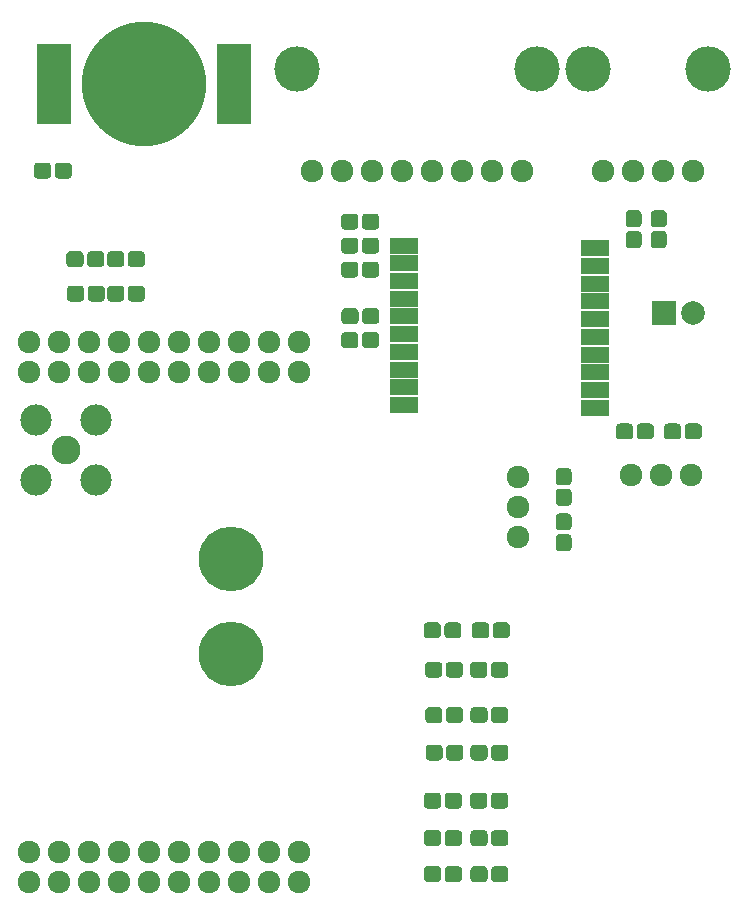
<source format=gbr>
G04 #@! TF.GenerationSoftware,KiCad,Pcbnew,(5.0.0)*
G04 #@! TF.CreationDate,2018-12-16T15:52:41-06:00*
G04 #@! TF.ProjectId,NavBoard_Hardware,4E6176426F6172645F48617264776172,rev?*
G04 #@! TF.SameCoordinates,Original*
G04 #@! TF.FileFunction,Soldermask,Top*
G04 #@! TF.FilePolarity,Negative*
%FSLAX46Y46*%
G04 Gerber Fmt 4.6, Leading zero omitted, Abs format (unit mm)*
G04 Created by KiCad (PCBNEW (5.0.0)) date 12/16/18 15:52:41*
%MOMM*%
%LPD*%
G01*
G04 APERTURE LIST*
%ADD10C,5.480000*%
%ADD11C,0.100000*%
%ADD12C,1.350000*%
%ADD13R,2.400000X1.400000*%
%ADD14C,1.924000*%
%ADD15C,3.850000*%
%ADD16C,2.450000*%
%ADD17C,2.650000*%
%ADD18C,1.920000*%
%ADD19R,2.940000X6.750000*%
%ADD20C,10.560000*%
%ADD21R,2.000000X2.000000*%
%ADD22C,2.000000*%
G04 APERTURE END LIST*
D10*
G04 #@! TO.C,Conn1*
X133629400Y-106427000D03*
X133629400Y-98426000D03*
G04 #@! TD*
D11*
G04 #@! TO.C,C10*
G36*
X169076581Y-86942988D02*
X169109343Y-86947848D01*
X169141471Y-86955896D01*
X169172656Y-86967054D01*
X169202596Y-86981215D01*
X169231005Y-86998242D01*
X169257608Y-87017972D01*
X169282149Y-87040214D01*
X169304391Y-87064755D01*
X169324121Y-87091358D01*
X169341148Y-87119767D01*
X169355309Y-87149707D01*
X169366467Y-87180892D01*
X169374515Y-87213020D01*
X169379375Y-87245782D01*
X169381000Y-87278863D01*
X169381000Y-87953863D01*
X169379375Y-87986944D01*
X169374515Y-88019706D01*
X169366467Y-88051834D01*
X169355309Y-88083019D01*
X169341148Y-88112959D01*
X169324121Y-88141368D01*
X169304391Y-88167971D01*
X169282149Y-88192512D01*
X169257608Y-88214754D01*
X169231005Y-88234484D01*
X169202596Y-88251511D01*
X169172656Y-88265672D01*
X169141471Y-88276830D01*
X169109343Y-88284878D01*
X169076581Y-88289738D01*
X169043500Y-88291363D01*
X168268500Y-88291363D01*
X168235419Y-88289738D01*
X168202657Y-88284878D01*
X168170529Y-88276830D01*
X168139344Y-88265672D01*
X168109404Y-88251511D01*
X168080995Y-88234484D01*
X168054392Y-88214754D01*
X168029851Y-88192512D01*
X168007609Y-88167971D01*
X167987879Y-88141368D01*
X167970852Y-88112959D01*
X167956691Y-88083019D01*
X167945533Y-88051834D01*
X167937485Y-88019706D01*
X167932625Y-87986944D01*
X167931000Y-87953863D01*
X167931000Y-87278863D01*
X167932625Y-87245782D01*
X167937485Y-87213020D01*
X167945533Y-87180892D01*
X167956691Y-87149707D01*
X167970852Y-87119767D01*
X167987879Y-87091358D01*
X168007609Y-87064755D01*
X168029851Y-87040214D01*
X168054392Y-87017972D01*
X168080995Y-86998242D01*
X168109404Y-86981215D01*
X168139344Y-86967054D01*
X168170529Y-86955896D01*
X168202657Y-86947848D01*
X168235419Y-86942988D01*
X168268500Y-86941363D01*
X169043500Y-86941363D01*
X169076581Y-86942988D01*
X169076581Y-86942988D01*
G37*
D12*
X168656000Y-87616363D03*
D11*
G36*
X167326581Y-86942988D02*
X167359343Y-86947848D01*
X167391471Y-86955896D01*
X167422656Y-86967054D01*
X167452596Y-86981215D01*
X167481005Y-86998242D01*
X167507608Y-87017972D01*
X167532149Y-87040214D01*
X167554391Y-87064755D01*
X167574121Y-87091358D01*
X167591148Y-87119767D01*
X167605309Y-87149707D01*
X167616467Y-87180892D01*
X167624515Y-87213020D01*
X167629375Y-87245782D01*
X167631000Y-87278863D01*
X167631000Y-87953863D01*
X167629375Y-87986944D01*
X167624515Y-88019706D01*
X167616467Y-88051834D01*
X167605309Y-88083019D01*
X167591148Y-88112959D01*
X167574121Y-88141368D01*
X167554391Y-88167971D01*
X167532149Y-88192512D01*
X167507608Y-88214754D01*
X167481005Y-88234484D01*
X167452596Y-88251511D01*
X167422656Y-88265672D01*
X167391471Y-88276830D01*
X167359343Y-88284878D01*
X167326581Y-88289738D01*
X167293500Y-88291363D01*
X166518500Y-88291363D01*
X166485419Y-88289738D01*
X166452657Y-88284878D01*
X166420529Y-88276830D01*
X166389344Y-88265672D01*
X166359404Y-88251511D01*
X166330995Y-88234484D01*
X166304392Y-88214754D01*
X166279851Y-88192512D01*
X166257609Y-88167971D01*
X166237879Y-88141368D01*
X166220852Y-88112959D01*
X166206691Y-88083019D01*
X166195533Y-88051834D01*
X166187485Y-88019706D01*
X166182625Y-87986944D01*
X166181000Y-87953863D01*
X166181000Y-87278863D01*
X166182625Y-87245782D01*
X166187485Y-87213020D01*
X166195533Y-87180892D01*
X166206691Y-87149707D01*
X166220852Y-87119767D01*
X166237879Y-87091358D01*
X166257609Y-87064755D01*
X166279851Y-87040214D01*
X166304392Y-87017972D01*
X166330995Y-86998242D01*
X166359404Y-86981215D01*
X166389344Y-86967054D01*
X166420529Y-86955896D01*
X166452657Y-86947848D01*
X166485419Y-86942988D01*
X166518500Y-86941363D01*
X167293500Y-86941363D01*
X167326581Y-86942988D01*
X167326581Y-86942988D01*
G37*
D12*
X166906000Y-87616363D03*
G04 #@! TD*
D11*
G04 #@! TO.C,R8*
G36*
X124245581Y-72351625D02*
X124278343Y-72356485D01*
X124310471Y-72364533D01*
X124341656Y-72375691D01*
X124371596Y-72389852D01*
X124400005Y-72406879D01*
X124426608Y-72426609D01*
X124451149Y-72448851D01*
X124473391Y-72473392D01*
X124493121Y-72499995D01*
X124510148Y-72528404D01*
X124524309Y-72558344D01*
X124535467Y-72589529D01*
X124543515Y-72621657D01*
X124548375Y-72654419D01*
X124550000Y-72687500D01*
X124550000Y-73362500D01*
X124548375Y-73395581D01*
X124543515Y-73428343D01*
X124535467Y-73460471D01*
X124524309Y-73491656D01*
X124510148Y-73521596D01*
X124493121Y-73550005D01*
X124473391Y-73576608D01*
X124451149Y-73601149D01*
X124426608Y-73623391D01*
X124400005Y-73643121D01*
X124371596Y-73660148D01*
X124341656Y-73674309D01*
X124310471Y-73685467D01*
X124278343Y-73693515D01*
X124245581Y-73698375D01*
X124212500Y-73700000D01*
X123437500Y-73700000D01*
X123404419Y-73698375D01*
X123371657Y-73693515D01*
X123339529Y-73685467D01*
X123308344Y-73674309D01*
X123278404Y-73660148D01*
X123249995Y-73643121D01*
X123223392Y-73623391D01*
X123198851Y-73601149D01*
X123176609Y-73576608D01*
X123156879Y-73550005D01*
X123139852Y-73521596D01*
X123125691Y-73491656D01*
X123114533Y-73460471D01*
X123106485Y-73428343D01*
X123101625Y-73395581D01*
X123100000Y-73362500D01*
X123100000Y-72687500D01*
X123101625Y-72654419D01*
X123106485Y-72621657D01*
X123114533Y-72589529D01*
X123125691Y-72558344D01*
X123139852Y-72528404D01*
X123156879Y-72499995D01*
X123176609Y-72473392D01*
X123198851Y-72448851D01*
X123223392Y-72426609D01*
X123249995Y-72406879D01*
X123278404Y-72389852D01*
X123308344Y-72375691D01*
X123339529Y-72364533D01*
X123371657Y-72356485D01*
X123404419Y-72351625D01*
X123437500Y-72350000D01*
X124212500Y-72350000D01*
X124245581Y-72351625D01*
X124245581Y-72351625D01*
G37*
D12*
X123825000Y-73025000D03*
D11*
G36*
X125995581Y-72351625D02*
X126028343Y-72356485D01*
X126060471Y-72364533D01*
X126091656Y-72375691D01*
X126121596Y-72389852D01*
X126150005Y-72406879D01*
X126176608Y-72426609D01*
X126201149Y-72448851D01*
X126223391Y-72473392D01*
X126243121Y-72499995D01*
X126260148Y-72528404D01*
X126274309Y-72558344D01*
X126285467Y-72589529D01*
X126293515Y-72621657D01*
X126298375Y-72654419D01*
X126300000Y-72687500D01*
X126300000Y-73362500D01*
X126298375Y-73395581D01*
X126293515Y-73428343D01*
X126285467Y-73460471D01*
X126274309Y-73491656D01*
X126260148Y-73521596D01*
X126243121Y-73550005D01*
X126223391Y-73576608D01*
X126201149Y-73601149D01*
X126176608Y-73623391D01*
X126150005Y-73643121D01*
X126121596Y-73660148D01*
X126091656Y-73674309D01*
X126060471Y-73685467D01*
X126028343Y-73693515D01*
X125995581Y-73698375D01*
X125962500Y-73700000D01*
X125187500Y-73700000D01*
X125154419Y-73698375D01*
X125121657Y-73693515D01*
X125089529Y-73685467D01*
X125058344Y-73674309D01*
X125028404Y-73660148D01*
X124999995Y-73643121D01*
X124973392Y-73623391D01*
X124948851Y-73601149D01*
X124926609Y-73576608D01*
X124906879Y-73550005D01*
X124889852Y-73521596D01*
X124875691Y-73491656D01*
X124864533Y-73460471D01*
X124856485Y-73428343D01*
X124851625Y-73395581D01*
X124850000Y-73362500D01*
X124850000Y-72687500D01*
X124851625Y-72654419D01*
X124856485Y-72621657D01*
X124864533Y-72589529D01*
X124875691Y-72558344D01*
X124889852Y-72528404D01*
X124906879Y-72499995D01*
X124926609Y-72473392D01*
X124948851Y-72448851D01*
X124973392Y-72426609D01*
X124999995Y-72406879D01*
X125028404Y-72389852D01*
X125058344Y-72375691D01*
X125089529Y-72364533D01*
X125121657Y-72356485D01*
X125154419Y-72351625D01*
X125187500Y-72350000D01*
X125962500Y-72350000D01*
X125995581Y-72351625D01*
X125995581Y-72351625D01*
G37*
D12*
X125575000Y-73025000D03*
G04 #@! TD*
D11*
G04 #@! TO.C,D8*
G36*
X120798818Y-72358814D02*
X120831580Y-72363674D01*
X120863708Y-72371722D01*
X120894893Y-72382880D01*
X120924833Y-72397041D01*
X120953242Y-72414068D01*
X120979845Y-72433798D01*
X121004386Y-72456040D01*
X121026628Y-72480581D01*
X121046358Y-72507184D01*
X121063385Y-72535593D01*
X121077546Y-72565533D01*
X121088704Y-72596718D01*
X121096752Y-72628846D01*
X121101612Y-72661608D01*
X121103237Y-72694689D01*
X121103237Y-73369689D01*
X121101612Y-73402770D01*
X121096752Y-73435532D01*
X121088704Y-73467660D01*
X121077546Y-73498845D01*
X121063385Y-73528785D01*
X121046358Y-73557194D01*
X121026628Y-73583797D01*
X121004386Y-73608338D01*
X120979845Y-73630580D01*
X120953242Y-73650310D01*
X120924833Y-73667337D01*
X120894893Y-73681498D01*
X120863708Y-73692656D01*
X120831580Y-73700704D01*
X120798818Y-73705564D01*
X120765737Y-73707189D01*
X119990737Y-73707189D01*
X119957656Y-73705564D01*
X119924894Y-73700704D01*
X119892766Y-73692656D01*
X119861581Y-73681498D01*
X119831641Y-73667337D01*
X119803232Y-73650310D01*
X119776629Y-73630580D01*
X119752088Y-73608338D01*
X119729846Y-73583797D01*
X119710116Y-73557194D01*
X119693089Y-73528785D01*
X119678928Y-73498845D01*
X119667770Y-73467660D01*
X119659722Y-73435532D01*
X119654862Y-73402770D01*
X119653237Y-73369689D01*
X119653237Y-72694689D01*
X119654862Y-72661608D01*
X119659722Y-72628846D01*
X119667770Y-72596718D01*
X119678928Y-72565533D01*
X119693089Y-72535593D01*
X119710116Y-72507184D01*
X119729846Y-72480581D01*
X119752088Y-72456040D01*
X119776629Y-72433798D01*
X119803232Y-72414068D01*
X119831641Y-72397041D01*
X119861581Y-72382880D01*
X119892766Y-72371722D01*
X119924894Y-72363674D01*
X119957656Y-72358814D01*
X119990737Y-72357189D01*
X120765737Y-72357189D01*
X120798818Y-72358814D01*
X120798818Y-72358814D01*
G37*
D12*
X120378237Y-73032189D03*
D11*
G36*
X122548818Y-72358814D02*
X122581580Y-72363674D01*
X122613708Y-72371722D01*
X122644893Y-72382880D01*
X122674833Y-72397041D01*
X122703242Y-72414068D01*
X122729845Y-72433798D01*
X122754386Y-72456040D01*
X122776628Y-72480581D01*
X122796358Y-72507184D01*
X122813385Y-72535593D01*
X122827546Y-72565533D01*
X122838704Y-72596718D01*
X122846752Y-72628846D01*
X122851612Y-72661608D01*
X122853237Y-72694689D01*
X122853237Y-73369689D01*
X122851612Y-73402770D01*
X122846752Y-73435532D01*
X122838704Y-73467660D01*
X122827546Y-73498845D01*
X122813385Y-73528785D01*
X122796358Y-73557194D01*
X122776628Y-73583797D01*
X122754386Y-73608338D01*
X122729845Y-73630580D01*
X122703242Y-73650310D01*
X122674833Y-73667337D01*
X122644893Y-73681498D01*
X122613708Y-73692656D01*
X122581580Y-73700704D01*
X122548818Y-73705564D01*
X122515737Y-73707189D01*
X121740737Y-73707189D01*
X121707656Y-73705564D01*
X121674894Y-73700704D01*
X121642766Y-73692656D01*
X121611581Y-73681498D01*
X121581641Y-73667337D01*
X121553232Y-73650310D01*
X121526629Y-73630580D01*
X121502088Y-73608338D01*
X121479846Y-73583797D01*
X121460116Y-73557194D01*
X121443089Y-73528785D01*
X121428928Y-73498845D01*
X121417770Y-73467660D01*
X121409722Y-73435532D01*
X121404862Y-73402770D01*
X121403237Y-73369689D01*
X121403237Y-72694689D01*
X121404862Y-72661608D01*
X121409722Y-72628846D01*
X121417770Y-72596718D01*
X121428928Y-72565533D01*
X121443089Y-72535593D01*
X121460116Y-72507184D01*
X121479846Y-72480581D01*
X121502088Y-72456040D01*
X121526629Y-72433798D01*
X121553232Y-72414068D01*
X121581641Y-72397041D01*
X121611581Y-72382880D01*
X121642766Y-72371722D01*
X121674894Y-72363674D01*
X121707656Y-72358814D01*
X121740737Y-72357189D01*
X122515737Y-72357189D01*
X122548818Y-72358814D01*
X122548818Y-72358814D01*
G37*
D12*
X122128237Y-73032189D03*
G04 #@! TD*
D11*
G04 #@! TO.C,C3*
G36*
X144071581Y-71208625D02*
X144104343Y-71213485D01*
X144136471Y-71221533D01*
X144167656Y-71232691D01*
X144197596Y-71246852D01*
X144226005Y-71263879D01*
X144252608Y-71283609D01*
X144277149Y-71305851D01*
X144299391Y-71330392D01*
X144319121Y-71356995D01*
X144336148Y-71385404D01*
X144350309Y-71415344D01*
X144361467Y-71446529D01*
X144369515Y-71478657D01*
X144374375Y-71511419D01*
X144376000Y-71544500D01*
X144376000Y-72219500D01*
X144374375Y-72252581D01*
X144369515Y-72285343D01*
X144361467Y-72317471D01*
X144350309Y-72348656D01*
X144336148Y-72378596D01*
X144319121Y-72407005D01*
X144299391Y-72433608D01*
X144277149Y-72458149D01*
X144252608Y-72480391D01*
X144226005Y-72500121D01*
X144197596Y-72517148D01*
X144167656Y-72531309D01*
X144136471Y-72542467D01*
X144104343Y-72550515D01*
X144071581Y-72555375D01*
X144038500Y-72557000D01*
X143263500Y-72557000D01*
X143230419Y-72555375D01*
X143197657Y-72550515D01*
X143165529Y-72542467D01*
X143134344Y-72531309D01*
X143104404Y-72517148D01*
X143075995Y-72500121D01*
X143049392Y-72480391D01*
X143024851Y-72458149D01*
X143002609Y-72433608D01*
X142982879Y-72407005D01*
X142965852Y-72378596D01*
X142951691Y-72348656D01*
X142940533Y-72317471D01*
X142932485Y-72285343D01*
X142927625Y-72252581D01*
X142926000Y-72219500D01*
X142926000Y-71544500D01*
X142927625Y-71511419D01*
X142932485Y-71478657D01*
X142940533Y-71446529D01*
X142951691Y-71415344D01*
X142965852Y-71385404D01*
X142982879Y-71356995D01*
X143002609Y-71330392D01*
X143024851Y-71305851D01*
X143049392Y-71283609D01*
X143075995Y-71263879D01*
X143104404Y-71246852D01*
X143134344Y-71232691D01*
X143165529Y-71221533D01*
X143197657Y-71213485D01*
X143230419Y-71208625D01*
X143263500Y-71207000D01*
X144038500Y-71207000D01*
X144071581Y-71208625D01*
X144071581Y-71208625D01*
G37*
D12*
X143651000Y-71882000D03*
D11*
G36*
X145821581Y-71208625D02*
X145854343Y-71213485D01*
X145886471Y-71221533D01*
X145917656Y-71232691D01*
X145947596Y-71246852D01*
X145976005Y-71263879D01*
X146002608Y-71283609D01*
X146027149Y-71305851D01*
X146049391Y-71330392D01*
X146069121Y-71356995D01*
X146086148Y-71385404D01*
X146100309Y-71415344D01*
X146111467Y-71446529D01*
X146119515Y-71478657D01*
X146124375Y-71511419D01*
X146126000Y-71544500D01*
X146126000Y-72219500D01*
X146124375Y-72252581D01*
X146119515Y-72285343D01*
X146111467Y-72317471D01*
X146100309Y-72348656D01*
X146086148Y-72378596D01*
X146069121Y-72407005D01*
X146049391Y-72433608D01*
X146027149Y-72458149D01*
X146002608Y-72480391D01*
X145976005Y-72500121D01*
X145947596Y-72517148D01*
X145917656Y-72531309D01*
X145886471Y-72542467D01*
X145854343Y-72550515D01*
X145821581Y-72555375D01*
X145788500Y-72557000D01*
X145013500Y-72557000D01*
X144980419Y-72555375D01*
X144947657Y-72550515D01*
X144915529Y-72542467D01*
X144884344Y-72531309D01*
X144854404Y-72517148D01*
X144825995Y-72500121D01*
X144799392Y-72480391D01*
X144774851Y-72458149D01*
X144752609Y-72433608D01*
X144732879Y-72407005D01*
X144715852Y-72378596D01*
X144701691Y-72348656D01*
X144690533Y-72317471D01*
X144682485Y-72285343D01*
X144677625Y-72252581D01*
X144676000Y-72219500D01*
X144676000Y-71544500D01*
X144677625Y-71511419D01*
X144682485Y-71478657D01*
X144690533Y-71446529D01*
X144701691Y-71415344D01*
X144715852Y-71385404D01*
X144732879Y-71356995D01*
X144752609Y-71330392D01*
X144774851Y-71305851D01*
X144799392Y-71283609D01*
X144825995Y-71263879D01*
X144854404Y-71246852D01*
X144884344Y-71232691D01*
X144915529Y-71221533D01*
X144947657Y-71213485D01*
X144980419Y-71208625D01*
X145013500Y-71207000D01*
X145788500Y-71207000D01*
X145821581Y-71208625D01*
X145821581Y-71208625D01*
G37*
D12*
X145401000Y-71882000D03*
G04 #@! TD*
D13*
G04 #@! TO.C,U5*
X148209000Y-71882000D03*
X148209000Y-73382000D03*
X148209000Y-74882000D03*
X148209000Y-76382000D03*
X148209000Y-77882000D03*
X148209000Y-79382000D03*
X148209000Y-80882000D03*
X148209000Y-82382000D03*
X148209000Y-83882000D03*
X148209000Y-85382000D03*
X164374634Y-85611608D03*
X164374634Y-84111608D03*
X164374634Y-82611608D03*
X164374634Y-81111608D03*
X164374634Y-79611608D03*
X164374634Y-78111608D03*
X164374634Y-76611608D03*
X164374634Y-75111608D03*
X164374634Y-73611608D03*
X164374634Y-72111608D03*
G04 #@! TD*
D11*
G04 #@! TO.C,C4*
G36*
X145821581Y-73240625D02*
X145854343Y-73245485D01*
X145886471Y-73253533D01*
X145917656Y-73264691D01*
X145947596Y-73278852D01*
X145976005Y-73295879D01*
X146002608Y-73315609D01*
X146027149Y-73337851D01*
X146049391Y-73362392D01*
X146069121Y-73388995D01*
X146086148Y-73417404D01*
X146100309Y-73447344D01*
X146111467Y-73478529D01*
X146119515Y-73510657D01*
X146124375Y-73543419D01*
X146126000Y-73576500D01*
X146126000Y-74251500D01*
X146124375Y-74284581D01*
X146119515Y-74317343D01*
X146111467Y-74349471D01*
X146100309Y-74380656D01*
X146086148Y-74410596D01*
X146069121Y-74439005D01*
X146049391Y-74465608D01*
X146027149Y-74490149D01*
X146002608Y-74512391D01*
X145976005Y-74532121D01*
X145947596Y-74549148D01*
X145917656Y-74563309D01*
X145886471Y-74574467D01*
X145854343Y-74582515D01*
X145821581Y-74587375D01*
X145788500Y-74589000D01*
X145013500Y-74589000D01*
X144980419Y-74587375D01*
X144947657Y-74582515D01*
X144915529Y-74574467D01*
X144884344Y-74563309D01*
X144854404Y-74549148D01*
X144825995Y-74532121D01*
X144799392Y-74512391D01*
X144774851Y-74490149D01*
X144752609Y-74465608D01*
X144732879Y-74439005D01*
X144715852Y-74410596D01*
X144701691Y-74380656D01*
X144690533Y-74349471D01*
X144682485Y-74317343D01*
X144677625Y-74284581D01*
X144676000Y-74251500D01*
X144676000Y-73576500D01*
X144677625Y-73543419D01*
X144682485Y-73510657D01*
X144690533Y-73478529D01*
X144701691Y-73447344D01*
X144715852Y-73417404D01*
X144732879Y-73388995D01*
X144752609Y-73362392D01*
X144774851Y-73337851D01*
X144799392Y-73315609D01*
X144825995Y-73295879D01*
X144854404Y-73278852D01*
X144884344Y-73264691D01*
X144915529Y-73253533D01*
X144947657Y-73245485D01*
X144980419Y-73240625D01*
X145013500Y-73239000D01*
X145788500Y-73239000D01*
X145821581Y-73240625D01*
X145821581Y-73240625D01*
G37*
D12*
X145401000Y-73914000D03*
D11*
G36*
X144071581Y-73240625D02*
X144104343Y-73245485D01*
X144136471Y-73253533D01*
X144167656Y-73264691D01*
X144197596Y-73278852D01*
X144226005Y-73295879D01*
X144252608Y-73315609D01*
X144277149Y-73337851D01*
X144299391Y-73362392D01*
X144319121Y-73388995D01*
X144336148Y-73417404D01*
X144350309Y-73447344D01*
X144361467Y-73478529D01*
X144369515Y-73510657D01*
X144374375Y-73543419D01*
X144376000Y-73576500D01*
X144376000Y-74251500D01*
X144374375Y-74284581D01*
X144369515Y-74317343D01*
X144361467Y-74349471D01*
X144350309Y-74380656D01*
X144336148Y-74410596D01*
X144319121Y-74439005D01*
X144299391Y-74465608D01*
X144277149Y-74490149D01*
X144252608Y-74512391D01*
X144226005Y-74532121D01*
X144197596Y-74549148D01*
X144167656Y-74563309D01*
X144136471Y-74574467D01*
X144104343Y-74582515D01*
X144071581Y-74587375D01*
X144038500Y-74589000D01*
X143263500Y-74589000D01*
X143230419Y-74587375D01*
X143197657Y-74582515D01*
X143165529Y-74574467D01*
X143134344Y-74563309D01*
X143104404Y-74549148D01*
X143075995Y-74532121D01*
X143049392Y-74512391D01*
X143024851Y-74490149D01*
X143002609Y-74465608D01*
X142982879Y-74439005D01*
X142965852Y-74410596D01*
X142951691Y-74380656D01*
X142940533Y-74349471D01*
X142932485Y-74317343D01*
X142927625Y-74284581D01*
X142926000Y-74251500D01*
X142926000Y-73576500D01*
X142927625Y-73543419D01*
X142932485Y-73510657D01*
X142940533Y-73478529D01*
X142951691Y-73447344D01*
X142965852Y-73417404D01*
X142982879Y-73388995D01*
X143002609Y-73362392D01*
X143024851Y-73337851D01*
X143049392Y-73315609D01*
X143075995Y-73295879D01*
X143104404Y-73278852D01*
X143134344Y-73264691D01*
X143165529Y-73253533D01*
X143197657Y-73245485D01*
X143230419Y-73240625D01*
X143263500Y-73239000D01*
X144038500Y-73239000D01*
X144071581Y-73240625D01*
X144071581Y-73240625D01*
G37*
D12*
X143651000Y-73914000D03*
G04 #@! TD*
D11*
G04 #@! TO.C,C5*
G36*
X118050581Y-64858625D02*
X118083343Y-64863485D01*
X118115471Y-64871533D01*
X118146656Y-64882691D01*
X118176596Y-64896852D01*
X118205005Y-64913879D01*
X118231608Y-64933609D01*
X118256149Y-64955851D01*
X118278391Y-64980392D01*
X118298121Y-65006995D01*
X118315148Y-65035404D01*
X118329309Y-65065344D01*
X118340467Y-65096529D01*
X118348515Y-65128657D01*
X118353375Y-65161419D01*
X118355000Y-65194500D01*
X118355000Y-65869500D01*
X118353375Y-65902581D01*
X118348515Y-65935343D01*
X118340467Y-65967471D01*
X118329309Y-65998656D01*
X118315148Y-66028596D01*
X118298121Y-66057005D01*
X118278391Y-66083608D01*
X118256149Y-66108149D01*
X118231608Y-66130391D01*
X118205005Y-66150121D01*
X118176596Y-66167148D01*
X118146656Y-66181309D01*
X118115471Y-66192467D01*
X118083343Y-66200515D01*
X118050581Y-66205375D01*
X118017500Y-66207000D01*
X117242500Y-66207000D01*
X117209419Y-66205375D01*
X117176657Y-66200515D01*
X117144529Y-66192467D01*
X117113344Y-66181309D01*
X117083404Y-66167148D01*
X117054995Y-66150121D01*
X117028392Y-66130391D01*
X117003851Y-66108149D01*
X116981609Y-66083608D01*
X116961879Y-66057005D01*
X116944852Y-66028596D01*
X116930691Y-65998656D01*
X116919533Y-65967471D01*
X116911485Y-65935343D01*
X116906625Y-65902581D01*
X116905000Y-65869500D01*
X116905000Y-65194500D01*
X116906625Y-65161419D01*
X116911485Y-65128657D01*
X116919533Y-65096529D01*
X116930691Y-65065344D01*
X116944852Y-65035404D01*
X116961879Y-65006995D01*
X116981609Y-64980392D01*
X117003851Y-64955851D01*
X117028392Y-64933609D01*
X117054995Y-64913879D01*
X117083404Y-64896852D01*
X117113344Y-64882691D01*
X117144529Y-64871533D01*
X117176657Y-64863485D01*
X117209419Y-64858625D01*
X117242500Y-64857000D01*
X118017500Y-64857000D01*
X118050581Y-64858625D01*
X118050581Y-64858625D01*
G37*
D12*
X117630000Y-65532000D03*
D11*
G36*
X119800581Y-64858625D02*
X119833343Y-64863485D01*
X119865471Y-64871533D01*
X119896656Y-64882691D01*
X119926596Y-64896852D01*
X119955005Y-64913879D01*
X119981608Y-64933609D01*
X120006149Y-64955851D01*
X120028391Y-64980392D01*
X120048121Y-65006995D01*
X120065148Y-65035404D01*
X120079309Y-65065344D01*
X120090467Y-65096529D01*
X120098515Y-65128657D01*
X120103375Y-65161419D01*
X120105000Y-65194500D01*
X120105000Y-65869500D01*
X120103375Y-65902581D01*
X120098515Y-65935343D01*
X120090467Y-65967471D01*
X120079309Y-65998656D01*
X120065148Y-66028596D01*
X120048121Y-66057005D01*
X120028391Y-66083608D01*
X120006149Y-66108149D01*
X119981608Y-66130391D01*
X119955005Y-66150121D01*
X119926596Y-66167148D01*
X119896656Y-66181309D01*
X119865471Y-66192467D01*
X119833343Y-66200515D01*
X119800581Y-66205375D01*
X119767500Y-66207000D01*
X118992500Y-66207000D01*
X118959419Y-66205375D01*
X118926657Y-66200515D01*
X118894529Y-66192467D01*
X118863344Y-66181309D01*
X118833404Y-66167148D01*
X118804995Y-66150121D01*
X118778392Y-66130391D01*
X118753851Y-66108149D01*
X118731609Y-66083608D01*
X118711879Y-66057005D01*
X118694852Y-66028596D01*
X118680691Y-65998656D01*
X118669533Y-65967471D01*
X118661485Y-65935343D01*
X118656625Y-65902581D01*
X118655000Y-65869500D01*
X118655000Y-65194500D01*
X118656625Y-65161419D01*
X118661485Y-65128657D01*
X118669533Y-65096529D01*
X118680691Y-65065344D01*
X118694852Y-65035404D01*
X118711879Y-65006995D01*
X118731609Y-64980392D01*
X118753851Y-64955851D01*
X118778392Y-64933609D01*
X118804995Y-64913879D01*
X118833404Y-64896852D01*
X118863344Y-64882691D01*
X118894529Y-64871533D01*
X118926657Y-64863485D01*
X118959419Y-64858625D01*
X118992500Y-64857000D01*
X119767500Y-64857000D01*
X119800581Y-64858625D01*
X119800581Y-64858625D01*
G37*
D12*
X119380000Y-65532000D03*
G04 #@! TD*
D11*
G04 #@! TO.C,C8*
G36*
X162118064Y-90716625D02*
X162150826Y-90721485D01*
X162182954Y-90729533D01*
X162214139Y-90740691D01*
X162244079Y-90754852D01*
X162272488Y-90771879D01*
X162299091Y-90791609D01*
X162323632Y-90813851D01*
X162345874Y-90838392D01*
X162365604Y-90864995D01*
X162382631Y-90893404D01*
X162396792Y-90923344D01*
X162407950Y-90954529D01*
X162415998Y-90986657D01*
X162420858Y-91019419D01*
X162422483Y-91052500D01*
X162422483Y-91827500D01*
X162420858Y-91860581D01*
X162415998Y-91893343D01*
X162407950Y-91925471D01*
X162396792Y-91956656D01*
X162382631Y-91986596D01*
X162365604Y-92015005D01*
X162345874Y-92041608D01*
X162323632Y-92066149D01*
X162299091Y-92088391D01*
X162272488Y-92108121D01*
X162244079Y-92125148D01*
X162214139Y-92139309D01*
X162182954Y-92150467D01*
X162150826Y-92158515D01*
X162118064Y-92163375D01*
X162084983Y-92165000D01*
X161409983Y-92165000D01*
X161376902Y-92163375D01*
X161344140Y-92158515D01*
X161312012Y-92150467D01*
X161280827Y-92139309D01*
X161250887Y-92125148D01*
X161222478Y-92108121D01*
X161195875Y-92088391D01*
X161171334Y-92066149D01*
X161149092Y-92041608D01*
X161129362Y-92015005D01*
X161112335Y-91986596D01*
X161098174Y-91956656D01*
X161087016Y-91925471D01*
X161078968Y-91893343D01*
X161074108Y-91860581D01*
X161072483Y-91827500D01*
X161072483Y-91052500D01*
X161074108Y-91019419D01*
X161078968Y-90986657D01*
X161087016Y-90954529D01*
X161098174Y-90923344D01*
X161112335Y-90893404D01*
X161129362Y-90864995D01*
X161149092Y-90838392D01*
X161171334Y-90813851D01*
X161195875Y-90791609D01*
X161222478Y-90771879D01*
X161250887Y-90754852D01*
X161280827Y-90740691D01*
X161312012Y-90729533D01*
X161344140Y-90721485D01*
X161376902Y-90716625D01*
X161409983Y-90715000D01*
X162084983Y-90715000D01*
X162118064Y-90716625D01*
X162118064Y-90716625D01*
G37*
D12*
X161747483Y-91440000D03*
D11*
G36*
X162118064Y-92466625D02*
X162150826Y-92471485D01*
X162182954Y-92479533D01*
X162214139Y-92490691D01*
X162244079Y-92504852D01*
X162272488Y-92521879D01*
X162299091Y-92541609D01*
X162323632Y-92563851D01*
X162345874Y-92588392D01*
X162365604Y-92614995D01*
X162382631Y-92643404D01*
X162396792Y-92673344D01*
X162407950Y-92704529D01*
X162415998Y-92736657D01*
X162420858Y-92769419D01*
X162422483Y-92802500D01*
X162422483Y-93577500D01*
X162420858Y-93610581D01*
X162415998Y-93643343D01*
X162407950Y-93675471D01*
X162396792Y-93706656D01*
X162382631Y-93736596D01*
X162365604Y-93765005D01*
X162345874Y-93791608D01*
X162323632Y-93816149D01*
X162299091Y-93838391D01*
X162272488Y-93858121D01*
X162244079Y-93875148D01*
X162214139Y-93889309D01*
X162182954Y-93900467D01*
X162150826Y-93908515D01*
X162118064Y-93913375D01*
X162084983Y-93915000D01*
X161409983Y-93915000D01*
X161376902Y-93913375D01*
X161344140Y-93908515D01*
X161312012Y-93900467D01*
X161280827Y-93889309D01*
X161250887Y-93875148D01*
X161222478Y-93858121D01*
X161195875Y-93838391D01*
X161171334Y-93816149D01*
X161149092Y-93791608D01*
X161129362Y-93765005D01*
X161112335Y-93736596D01*
X161098174Y-93706656D01*
X161087016Y-93675471D01*
X161078968Y-93643343D01*
X161074108Y-93610581D01*
X161072483Y-93577500D01*
X161072483Y-92802500D01*
X161074108Y-92769419D01*
X161078968Y-92736657D01*
X161087016Y-92704529D01*
X161098174Y-92673344D01*
X161112335Y-92643404D01*
X161129362Y-92614995D01*
X161149092Y-92588392D01*
X161171334Y-92563851D01*
X161195875Y-92541609D01*
X161222478Y-92521879D01*
X161250887Y-92504852D01*
X161280827Y-92490691D01*
X161312012Y-92479533D01*
X161344140Y-92471485D01*
X161376902Y-92466625D01*
X161409983Y-92465000D01*
X162084983Y-92465000D01*
X162118064Y-92466625D01*
X162118064Y-92466625D01*
G37*
D12*
X161747483Y-93190000D03*
G04 #@! TD*
D11*
G04 #@! TO.C,C9*
G36*
X173140581Y-86942988D02*
X173173343Y-86947848D01*
X173205471Y-86955896D01*
X173236656Y-86967054D01*
X173266596Y-86981215D01*
X173295005Y-86998242D01*
X173321608Y-87017972D01*
X173346149Y-87040214D01*
X173368391Y-87064755D01*
X173388121Y-87091358D01*
X173405148Y-87119767D01*
X173419309Y-87149707D01*
X173430467Y-87180892D01*
X173438515Y-87213020D01*
X173443375Y-87245782D01*
X173445000Y-87278863D01*
X173445000Y-87953863D01*
X173443375Y-87986944D01*
X173438515Y-88019706D01*
X173430467Y-88051834D01*
X173419309Y-88083019D01*
X173405148Y-88112959D01*
X173388121Y-88141368D01*
X173368391Y-88167971D01*
X173346149Y-88192512D01*
X173321608Y-88214754D01*
X173295005Y-88234484D01*
X173266596Y-88251511D01*
X173236656Y-88265672D01*
X173205471Y-88276830D01*
X173173343Y-88284878D01*
X173140581Y-88289738D01*
X173107500Y-88291363D01*
X172332500Y-88291363D01*
X172299419Y-88289738D01*
X172266657Y-88284878D01*
X172234529Y-88276830D01*
X172203344Y-88265672D01*
X172173404Y-88251511D01*
X172144995Y-88234484D01*
X172118392Y-88214754D01*
X172093851Y-88192512D01*
X172071609Y-88167971D01*
X172051879Y-88141368D01*
X172034852Y-88112959D01*
X172020691Y-88083019D01*
X172009533Y-88051834D01*
X172001485Y-88019706D01*
X171996625Y-87986944D01*
X171995000Y-87953863D01*
X171995000Y-87278863D01*
X171996625Y-87245782D01*
X172001485Y-87213020D01*
X172009533Y-87180892D01*
X172020691Y-87149707D01*
X172034852Y-87119767D01*
X172051879Y-87091358D01*
X172071609Y-87064755D01*
X172093851Y-87040214D01*
X172118392Y-87017972D01*
X172144995Y-86998242D01*
X172173404Y-86981215D01*
X172203344Y-86967054D01*
X172234529Y-86955896D01*
X172266657Y-86947848D01*
X172299419Y-86942988D01*
X172332500Y-86941363D01*
X173107500Y-86941363D01*
X173140581Y-86942988D01*
X173140581Y-86942988D01*
G37*
D12*
X172720000Y-87616363D03*
D11*
G36*
X171390581Y-86942988D02*
X171423343Y-86947848D01*
X171455471Y-86955896D01*
X171486656Y-86967054D01*
X171516596Y-86981215D01*
X171545005Y-86998242D01*
X171571608Y-87017972D01*
X171596149Y-87040214D01*
X171618391Y-87064755D01*
X171638121Y-87091358D01*
X171655148Y-87119767D01*
X171669309Y-87149707D01*
X171680467Y-87180892D01*
X171688515Y-87213020D01*
X171693375Y-87245782D01*
X171695000Y-87278863D01*
X171695000Y-87953863D01*
X171693375Y-87986944D01*
X171688515Y-88019706D01*
X171680467Y-88051834D01*
X171669309Y-88083019D01*
X171655148Y-88112959D01*
X171638121Y-88141368D01*
X171618391Y-88167971D01*
X171596149Y-88192512D01*
X171571608Y-88214754D01*
X171545005Y-88234484D01*
X171516596Y-88251511D01*
X171486656Y-88265672D01*
X171455471Y-88276830D01*
X171423343Y-88284878D01*
X171390581Y-88289738D01*
X171357500Y-88291363D01*
X170582500Y-88291363D01*
X170549419Y-88289738D01*
X170516657Y-88284878D01*
X170484529Y-88276830D01*
X170453344Y-88265672D01*
X170423404Y-88251511D01*
X170394995Y-88234484D01*
X170368392Y-88214754D01*
X170343851Y-88192512D01*
X170321609Y-88167971D01*
X170301879Y-88141368D01*
X170284852Y-88112959D01*
X170270691Y-88083019D01*
X170259533Y-88051834D01*
X170251485Y-88019706D01*
X170246625Y-87986944D01*
X170245000Y-87953863D01*
X170245000Y-87278863D01*
X170246625Y-87245782D01*
X170251485Y-87213020D01*
X170259533Y-87180892D01*
X170270691Y-87149707D01*
X170284852Y-87119767D01*
X170301879Y-87091358D01*
X170321609Y-87064755D01*
X170343851Y-87040214D01*
X170368392Y-87017972D01*
X170394995Y-86998242D01*
X170423404Y-86981215D01*
X170453344Y-86967054D01*
X170484529Y-86955896D01*
X170516657Y-86947848D01*
X170549419Y-86942988D01*
X170582500Y-86941363D01*
X171357500Y-86941363D01*
X171390581Y-86942988D01*
X171390581Y-86942988D01*
G37*
D12*
X170970000Y-87616363D03*
G04 #@! TD*
D11*
G04 #@! TO.C,C11*
G36*
X162118064Y-94554625D02*
X162150826Y-94559485D01*
X162182954Y-94567533D01*
X162214139Y-94578691D01*
X162244079Y-94592852D01*
X162272488Y-94609879D01*
X162299091Y-94629609D01*
X162323632Y-94651851D01*
X162345874Y-94676392D01*
X162365604Y-94702995D01*
X162382631Y-94731404D01*
X162396792Y-94761344D01*
X162407950Y-94792529D01*
X162415998Y-94824657D01*
X162420858Y-94857419D01*
X162422483Y-94890500D01*
X162422483Y-95665500D01*
X162420858Y-95698581D01*
X162415998Y-95731343D01*
X162407950Y-95763471D01*
X162396792Y-95794656D01*
X162382631Y-95824596D01*
X162365604Y-95853005D01*
X162345874Y-95879608D01*
X162323632Y-95904149D01*
X162299091Y-95926391D01*
X162272488Y-95946121D01*
X162244079Y-95963148D01*
X162214139Y-95977309D01*
X162182954Y-95988467D01*
X162150826Y-95996515D01*
X162118064Y-96001375D01*
X162084983Y-96003000D01*
X161409983Y-96003000D01*
X161376902Y-96001375D01*
X161344140Y-95996515D01*
X161312012Y-95988467D01*
X161280827Y-95977309D01*
X161250887Y-95963148D01*
X161222478Y-95946121D01*
X161195875Y-95926391D01*
X161171334Y-95904149D01*
X161149092Y-95879608D01*
X161129362Y-95853005D01*
X161112335Y-95824596D01*
X161098174Y-95794656D01*
X161087016Y-95763471D01*
X161078968Y-95731343D01*
X161074108Y-95698581D01*
X161072483Y-95665500D01*
X161072483Y-94890500D01*
X161074108Y-94857419D01*
X161078968Y-94824657D01*
X161087016Y-94792529D01*
X161098174Y-94761344D01*
X161112335Y-94731404D01*
X161129362Y-94702995D01*
X161149092Y-94676392D01*
X161171334Y-94651851D01*
X161195875Y-94629609D01*
X161222478Y-94609879D01*
X161250887Y-94592852D01*
X161280827Y-94578691D01*
X161312012Y-94567533D01*
X161344140Y-94559485D01*
X161376902Y-94554625D01*
X161409983Y-94553000D01*
X162084983Y-94553000D01*
X162118064Y-94554625D01*
X162118064Y-94554625D01*
G37*
D12*
X161747483Y-95278000D03*
D11*
G36*
X162118064Y-96304625D02*
X162150826Y-96309485D01*
X162182954Y-96317533D01*
X162214139Y-96328691D01*
X162244079Y-96342852D01*
X162272488Y-96359879D01*
X162299091Y-96379609D01*
X162323632Y-96401851D01*
X162345874Y-96426392D01*
X162365604Y-96452995D01*
X162382631Y-96481404D01*
X162396792Y-96511344D01*
X162407950Y-96542529D01*
X162415998Y-96574657D01*
X162420858Y-96607419D01*
X162422483Y-96640500D01*
X162422483Y-97415500D01*
X162420858Y-97448581D01*
X162415998Y-97481343D01*
X162407950Y-97513471D01*
X162396792Y-97544656D01*
X162382631Y-97574596D01*
X162365604Y-97603005D01*
X162345874Y-97629608D01*
X162323632Y-97654149D01*
X162299091Y-97676391D01*
X162272488Y-97696121D01*
X162244079Y-97713148D01*
X162214139Y-97727309D01*
X162182954Y-97738467D01*
X162150826Y-97746515D01*
X162118064Y-97751375D01*
X162084983Y-97753000D01*
X161409983Y-97753000D01*
X161376902Y-97751375D01*
X161344140Y-97746515D01*
X161312012Y-97738467D01*
X161280827Y-97727309D01*
X161250887Y-97713148D01*
X161222478Y-97696121D01*
X161195875Y-97676391D01*
X161171334Y-97654149D01*
X161149092Y-97629608D01*
X161129362Y-97603005D01*
X161112335Y-97574596D01*
X161098174Y-97544656D01*
X161087016Y-97513471D01*
X161078968Y-97481343D01*
X161074108Y-97448581D01*
X161072483Y-97415500D01*
X161072483Y-96640500D01*
X161074108Y-96607419D01*
X161078968Y-96574657D01*
X161087016Y-96542529D01*
X161098174Y-96511344D01*
X161112335Y-96481404D01*
X161129362Y-96452995D01*
X161149092Y-96426392D01*
X161171334Y-96401851D01*
X161195875Y-96379609D01*
X161222478Y-96359879D01*
X161250887Y-96342852D01*
X161280827Y-96328691D01*
X161312012Y-96317533D01*
X161344140Y-96309485D01*
X161376902Y-96304625D01*
X161409983Y-96303000D01*
X162084983Y-96303000D01*
X162118064Y-96304625D01*
X162118064Y-96304625D01*
G37*
D12*
X161747483Y-97028000D03*
G04 #@! TD*
D14*
G04 #@! TO.C,Conn2*
X165100000Y-65532000D03*
X167640000Y-65532000D03*
X170180000Y-65532000D03*
X172720000Y-65532000D03*
D15*
X163830000Y-56896000D03*
X173990000Y-56896000D03*
G04 #@! TD*
D14*
G04 #@! TO.C,Conn3*
X140462000Y-65532000D03*
X143002000Y-65532000D03*
X145542000Y-65532000D03*
X148082000Y-65532000D03*
X150622000Y-65532000D03*
D15*
X139192000Y-56896000D03*
X159512000Y-56896000D03*
D14*
X153162000Y-65532000D03*
X155702000Y-65532000D03*
X158242000Y-65532000D03*
G04 #@! TD*
D11*
G04 #@! TO.C,D1*
G36*
X144071581Y-79209625D02*
X144104343Y-79214485D01*
X144136471Y-79222533D01*
X144167656Y-79233691D01*
X144197596Y-79247852D01*
X144226005Y-79264879D01*
X144252608Y-79284609D01*
X144277149Y-79306851D01*
X144299391Y-79331392D01*
X144319121Y-79357995D01*
X144336148Y-79386404D01*
X144350309Y-79416344D01*
X144361467Y-79447529D01*
X144369515Y-79479657D01*
X144374375Y-79512419D01*
X144376000Y-79545500D01*
X144376000Y-80220500D01*
X144374375Y-80253581D01*
X144369515Y-80286343D01*
X144361467Y-80318471D01*
X144350309Y-80349656D01*
X144336148Y-80379596D01*
X144319121Y-80408005D01*
X144299391Y-80434608D01*
X144277149Y-80459149D01*
X144252608Y-80481391D01*
X144226005Y-80501121D01*
X144197596Y-80518148D01*
X144167656Y-80532309D01*
X144136471Y-80543467D01*
X144104343Y-80551515D01*
X144071581Y-80556375D01*
X144038500Y-80558000D01*
X143263500Y-80558000D01*
X143230419Y-80556375D01*
X143197657Y-80551515D01*
X143165529Y-80543467D01*
X143134344Y-80532309D01*
X143104404Y-80518148D01*
X143075995Y-80501121D01*
X143049392Y-80481391D01*
X143024851Y-80459149D01*
X143002609Y-80434608D01*
X142982879Y-80408005D01*
X142965852Y-80379596D01*
X142951691Y-80349656D01*
X142940533Y-80318471D01*
X142932485Y-80286343D01*
X142927625Y-80253581D01*
X142926000Y-80220500D01*
X142926000Y-79545500D01*
X142927625Y-79512419D01*
X142932485Y-79479657D01*
X142940533Y-79447529D01*
X142951691Y-79416344D01*
X142965852Y-79386404D01*
X142982879Y-79357995D01*
X143002609Y-79331392D01*
X143024851Y-79306851D01*
X143049392Y-79284609D01*
X143075995Y-79264879D01*
X143104404Y-79247852D01*
X143134344Y-79233691D01*
X143165529Y-79222533D01*
X143197657Y-79214485D01*
X143230419Y-79209625D01*
X143263500Y-79208000D01*
X144038500Y-79208000D01*
X144071581Y-79209625D01*
X144071581Y-79209625D01*
G37*
D12*
X143651000Y-79883000D03*
D11*
G36*
X145821581Y-79209625D02*
X145854343Y-79214485D01*
X145886471Y-79222533D01*
X145917656Y-79233691D01*
X145947596Y-79247852D01*
X145976005Y-79264879D01*
X146002608Y-79284609D01*
X146027149Y-79306851D01*
X146049391Y-79331392D01*
X146069121Y-79357995D01*
X146086148Y-79386404D01*
X146100309Y-79416344D01*
X146111467Y-79447529D01*
X146119515Y-79479657D01*
X146124375Y-79512419D01*
X146126000Y-79545500D01*
X146126000Y-80220500D01*
X146124375Y-80253581D01*
X146119515Y-80286343D01*
X146111467Y-80318471D01*
X146100309Y-80349656D01*
X146086148Y-80379596D01*
X146069121Y-80408005D01*
X146049391Y-80434608D01*
X146027149Y-80459149D01*
X146002608Y-80481391D01*
X145976005Y-80501121D01*
X145947596Y-80518148D01*
X145917656Y-80532309D01*
X145886471Y-80543467D01*
X145854343Y-80551515D01*
X145821581Y-80556375D01*
X145788500Y-80558000D01*
X145013500Y-80558000D01*
X144980419Y-80556375D01*
X144947657Y-80551515D01*
X144915529Y-80543467D01*
X144884344Y-80532309D01*
X144854404Y-80518148D01*
X144825995Y-80501121D01*
X144799392Y-80481391D01*
X144774851Y-80459149D01*
X144752609Y-80434608D01*
X144732879Y-80408005D01*
X144715852Y-80379596D01*
X144701691Y-80349656D01*
X144690533Y-80318471D01*
X144682485Y-80286343D01*
X144677625Y-80253581D01*
X144676000Y-80220500D01*
X144676000Y-79545500D01*
X144677625Y-79512419D01*
X144682485Y-79479657D01*
X144690533Y-79447529D01*
X144701691Y-79416344D01*
X144715852Y-79386404D01*
X144732879Y-79357995D01*
X144752609Y-79331392D01*
X144774851Y-79306851D01*
X144799392Y-79284609D01*
X144825995Y-79264879D01*
X144854404Y-79247852D01*
X144884344Y-79233691D01*
X144915529Y-79222533D01*
X144947657Y-79214485D01*
X144980419Y-79209625D01*
X145013500Y-79208000D01*
X145788500Y-79208000D01*
X145821581Y-79209625D01*
X145821581Y-79209625D01*
G37*
D12*
X145401000Y-79883000D03*
G04 #@! TD*
D11*
G04 #@! TO.C,D2*
G36*
X156757581Y-110951125D02*
X156790343Y-110955985D01*
X156822471Y-110964033D01*
X156853656Y-110975191D01*
X156883596Y-110989352D01*
X156912005Y-111006379D01*
X156938608Y-111026109D01*
X156963149Y-111048351D01*
X156985391Y-111072892D01*
X157005121Y-111099495D01*
X157022148Y-111127904D01*
X157036309Y-111157844D01*
X157047467Y-111189029D01*
X157055515Y-111221157D01*
X157060375Y-111253919D01*
X157062000Y-111287000D01*
X157062000Y-111962000D01*
X157060375Y-111995081D01*
X157055515Y-112027843D01*
X157047467Y-112059971D01*
X157036309Y-112091156D01*
X157022148Y-112121096D01*
X157005121Y-112149505D01*
X156985391Y-112176108D01*
X156963149Y-112200649D01*
X156938608Y-112222891D01*
X156912005Y-112242621D01*
X156883596Y-112259648D01*
X156853656Y-112273809D01*
X156822471Y-112284967D01*
X156790343Y-112293015D01*
X156757581Y-112297875D01*
X156724500Y-112299500D01*
X155949500Y-112299500D01*
X155916419Y-112297875D01*
X155883657Y-112293015D01*
X155851529Y-112284967D01*
X155820344Y-112273809D01*
X155790404Y-112259648D01*
X155761995Y-112242621D01*
X155735392Y-112222891D01*
X155710851Y-112200649D01*
X155688609Y-112176108D01*
X155668879Y-112149505D01*
X155651852Y-112121096D01*
X155637691Y-112091156D01*
X155626533Y-112059971D01*
X155618485Y-112027843D01*
X155613625Y-111995081D01*
X155612000Y-111962000D01*
X155612000Y-111287000D01*
X155613625Y-111253919D01*
X155618485Y-111221157D01*
X155626533Y-111189029D01*
X155637691Y-111157844D01*
X155651852Y-111127904D01*
X155668879Y-111099495D01*
X155688609Y-111072892D01*
X155710851Y-111048351D01*
X155735392Y-111026109D01*
X155761995Y-111006379D01*
X155790404Y-110989352D01*
X155820344Y-110975191D01*
X155851529Y-110964033D01*
X155883657Y-110955985D01*
X155916419Y-110951125D01*
X155949500Y-110949500D01*
X156724500Y-110949500D01*
X156757581Y-110951125D01*
X156757581Y-110951125D01*
G37*
D12*
X156337000Y-111624500D03*
D11*
G36*
X155007581Y-110951125D02*
X155040343Y-110955985D01*
X155072471Y-110964033D01*
X155103656Y-110975191D01*
X155133596Y-110989352D01*
X155162005Y-111006379D01*
X155188608Y-111026109D01*
X155213149Y-111048351D01*
X155235391Y-111072892D01*
X155255121Y-111099495D01*
X155272148Y-111127904D01*
X155286309Y-111157844D01*
X155297467Y-111189029D01*
X155305515Y-111221157D01*
X155310375Y-111253919D01*
X155312000Y-111287000D01*
X155312000Y-111962000D01*
X155310375Y-111995081D01*
X155305515Y-112027843D01*
X155297467Y-112059971D01*
X155286309Y-112091156D01*
X155272148Y-112121096D01*
X155255121Y-112149505D01*
X155235391Y-112176108D01*
X155213149Y-112200649D01*
X155188608Y-112222891D01*
X155162005Y-112242621D01*
X155133596Y-112259648D01*
X155103656Y-112273809D01*
X155072471Y-112284967D01*
X155040343Y-112293015D01*
X155007581Y-112297875D01*
X154974500Y-112299500D01*
X154199500Y-112299500D01*
X154166419Y-112297875D01*
X154133657Y-112293015D01*
X154101529Y-112284967D01*
X154070344Y-112273809D01*
X154040404Y-112259648D01*
X154011995Y-112242621D01*
X153985392Y-112222891D01*
X153960851Y-112200649D01*
X153938609Y-112176108D01*
X153918879Y-112149505D01*
X153901852Y-112121096D01*
X153887691Y-112091156D01*
X153876533Y-112059971D01*
X153868485Y-112027843D01*
X153863625Y-111995081D01*
X153862000Y-111962000D01*
X153862000Y-111287000D01*
X153863625Y-111253919D01*
X153868485Y-111221157D01*
X153876533Y-111189029D01*
X153887691Y-111157844D01*
X153901852Y-111127904D01*
X153918879Y-111099495D01*
X153938609Y-111072892D01*
X153960851Y-111048351D01*
X153985392Y-111026109D01*
X154011995Y-111006379D01*
X154040404Y-110989352D01*
X154070344Y-110975191D01*
X154101529Y-110964033D01*
X154133657Y-110955985D01*
X154166419Y-110951125D01*
X154199500Y-110949500D01*
X154974500Y-110949500D01*
X155007581Y-110951125D01*
X155007581Y-110951125D01*
G37*
D12*
X154587000Y-111624500D03*
G04 #@! TD*
D11*
G04 #@! TO.C,D5*
G36*
X155007581Y-114134625D02*
X155040343Y-114139485D01*
X155072471Y-114147533D01*
X155103656Y-114158691D01*
X155133596Y-114172852D01*
X155162005Y-114189879D01*
X155188608Y-114209609D01*
X155213149Y-114231851D01*
X155235391Y-114256392D01*
X155255121Y-114282995D01*
X155272148Y-114311404D01*
X155286309Y-114341344D01*
X155297467Y-114372529D01*
X155305515Y-114404657D01*
X155310375Y-114437419D01*
X155312000Y-114470500D01*
X155312000Y-115145500D01*
X155310375Y-115178581D01*
X155305515Y-115211343D01*
X155297467Y-115243471D01*
X155286309Y-115274656D01*
X155272148Y-115304596D01*
X155255121Y-115333005D01*
X155235391Y-115359608D01*
X155213149Y-115384149D01*
X155188608Y-115406391D01*
X155162005Y-115426121D01*
X155133596Y-115443148D01*
X155103656Y-115457309D01*
X155072471Y-115468467D01*
X155040343Y-115476515D01*
X155007581Y-115481375D01*
X154974500Y-115483000D01*
X154199500Y-115483000D01*
X154166419Y-115481375D01*
X154133657Y-115476515D01*
X154101529Y-115468467D01*
X154070344Y-115457309D01*
X154040404Y-115443148D01*
X154011995Y-115426121D01*
X153985392Y-115406391D01*
X153960851Y-115384149D01*
X153938609Y-115359608D01*
X153918879Y-115333005D01*
X153901852Y-115304596D01*
X153887691Y-115274656D01*
X153876533Y-115243471D01*
X153868485Y-115211343D01*
X153863625Y-115178581D01*
X153862000Y-115145500D01*
X153862000Y-114470500D01*
X153863625Y-114437419D01*
X153868485Y-114404657D01*
X153876533Y-114372529D01*
X153887691Y-114341344D01*
X153901852Y-114311404D01*
X153918879Y-114282995D01*
X153938609Y-114256392D01*
X153960851Y-114231851D01*
X153985392Y-114209609D01*
X154011995Y-114189879D01*
X154040404Y-114172852D01*
X154070344Y-114158691D01*
X154101529Y-114147533D01*
X154133657Y-114139485D01*
X154166419Y-114134625D01*
X154199500Y-114133000D01*
X154974500Y-114133000D01*
X155007581Y-114134625D01*
X155007581Y-114134625D01*
G37*
D12*
X154587000Y-114808000D03*
D11*
G36*
X156757581Y-114134625D02*
X156790343Y-114139485D01*
X156822471Y-114147533D01*
X156853656Y-114158691D01*
X156883596Y-114172852D01*
X156912005Y-114189879D01*
X156938608Y-114209609D01*
X156963149Y-114231851D01*
X156985391Y-114256392D01*
X157005121Y-114282995D01*
X157022148Y-114311404D01*
X157036309Y-114341344D01*
X157047467Y-114372529D01*
X157055515Y-114404657D01*
X157060375Y-114437419D01*
X157062000Y-114470500D01*
X157062000Y-115145500D01*
X157060375Y-115178581D01*
X157055515Y-115211343D01*
X157047467Y-115243471D01*
X157036309Y-115274656D01*
X157022148Y-115304596D01*
X157005121Y-115333005D01*
X156985391Y-115359608D01*
X156963149Y-115384149D01*
X156938608Y-115406391D01*
X156912005Y-115426121D01*
X156883596Y-115443148D01*
X156853656Y-115457309D01*
X156822471Y-115468467D01*
X156790343Y-115476515D01*
X156757581Y-115481375D01*
X156724500Y-115483000D01*
X155949500Y-115483000D01*
X155916419Y-115481375D01*
X155883657Y-115476515D01*
X155851529Y-115468467D01*
X155820344Y-115457309D01*
X155790404Y-115443148D01*
X155761995Y-115426121D01*
X155735392Y-115406391D01*
X155710851Y-115384149D01*
X155688609Y-115359608D01*
X155668879Y-115333005D01*
X155651852Y-115304596D01*
X155637691Y-115274656D01*
X155626533Y-115243471D01*
X155618485Y-115211343D01*
X155613625Y-115178581D01*
X155612000Y-115145500D01*
X155612000Y-114470500D01*
X155613625Y-114437419D01*
X155618485Y-114404657D01*
X155626533Y-114372529D01*
X155637691Y-114341344D01*
X155651852Y-114311404D01*
X155668879Y-114282995D01*
X155688609Y-114256392D01*
X155710851Y-114231851D01*
X155735392Y-114209609D01*
X155761995Y-114189879D01*
X155790404Y-114172852D01*
X155820344Y-114158691D01*
X155851529Y-114147533D01*
X155883657Y-114139485D01*
X155916419Y-114134625D01*
X155949500Y-114133000D01*
X156724500Y-114133000D01*
X156757581Y-114134625D01*
X156757581Y-114134625D01*
G37*
D12*
X156337000Y-114808000D03*
G04 #@! TD*
D11*
G04 #@! TO.C,D6*
G36*
X154993581Y-118198625D02*
X155026343Y-118203485D01*
X155058471Y-118211533D01*
X155089656Y-118222691D01*
X155119596Y-118236852D01*
X155148005Y-118253879D01*
X155174608Y-118273609D01*
X155199149Y-118295851D01*
X155221391Y-118320392D01*
X155241121Y-118346995D01*
X155258148Y-118375404D01*
X155272309Y-118405344D01*
X155283467Y-118436529D01*
X155291515Y-118468657D01*
X155296375Y-118501419D01*
X155298000Y-118534500D01*
X155298000Y-119209500D01*
X155296375Y-119242581D01*
X155291515Y-119275343D01*
X155283467Y-119307471D01*
X155272309Y-119338656D01*
X155258148Y-119368596D01*
X155241121Y-119397005D01*
X155221391Y-119423608D01*
X155199149Y-119448149D01*
X155174608Y-119470391D01*
X155148005Y-119490121D01*
X155119596Y-119507148D01*
X155089656Y-119521309D01*
X155058471Y-119532467D01*
X155026343Y-119540515D01*
X154993581Y-119545375D01*
X154960500Y-119547000D01*
X154185500Y-119547000D01*
X154152419Y-119545375D01*
X154119657Y-119540515D01*
X154087529Y-119532467D01*
X154056344Y-119521309D01*
X154026404Y-119507148D01*
X153997995Y-119490121D01*
X153971392Y-119470391D01*
X153946851Y-119448149D01*
X153924609Y-119423608D01*
X153904879Y-119397005D01*
X153887852Y-119368596D01*
X153873691Y-119338656D01*
X153862533Y-119307471D01*
X153854485Y-119275343D01*
X153849625Y-119242581D01*
X153848000Y-119209500D01*
X153848000Y-118534500D01*
X153849625Y-118501419D01*
X153854485Y-118468657D01*
X153862533Y-118436529D01*
X153873691Y-118405344D01*
X153887852Y-118375404D01*
X153904879Y-118346995D01*
X153924609Y-118320392D01*
X153946851Y-118295851D01*
X153971392Y-118273609D01*
X153997995Y-118253879D01*
X154026404Y-118236852D01*
X154056344Y-118222691D01*
X154087529Y-118211533D01*
X154119657Y-118203485D01*
X154152419Y-118198625D01*
X154185500Y-118197000D01*
X154960500Y-118197000D01*
X154993581Y-118198625D01*
X154993581Y-118198625D01*
G37*
D12*
X154573000Y-118872000D03*
D11*
G36*
X156743581Y-118198625D02*
X156776343Y-118203485D01*
X156808471Y-118211533D01*
X156839656Y-118222691D01*
X156869596Y-118236852D01*
X156898005Y-118253879D01*
X156924608Y-118273609D01*
X156949149Y-118295851D01*
X156971391Y-118320392D01*
X156991121Y-118346995D01*
X157008148Y-118375404D01*
X157022309Y-118405344D01*
X157033467Y-118436529D01*
X157041515Y-118468657D01*
X157046375Y-118501419D01*
X157048000Y-118534500D01*
X157048000Y-119209500D01*
X157046375Y-119242581D01*
X157041515Y-119275343D01*
X157033467Y-119307471D01*
X157022309Y-119338656D01*
X157008148Y-119368596D01*
X156991121Y-119397005D01*
X156971391Y-119423608D01*
X156949149Y-119448149D01*
X156924608Y-119470391D01*
X156898005Y-119490121D01*
X156869596Y-119507148D01*
X156839656Y-119521309D01*
X156808471Y-119532467D01*
X156776343Y-119540515D01*
X156743581Y-119545375D01*
X156710500Y-119547000D01*
X155935500Y-119547000D01*
X155902419Y-119545375D01*
X155869657Y-119540515D01*
X155837529Y-119532467D01*
X155806344Y-119521309D01*
X155776404Y-119507148D01*
X155747995Y-119490121D01*
X155721392Y-119470391D01*
X155696851Y-119448149D01*
X155674609Y-119423608D01*
X155654879Y-119397005D01*
X155637852Y-119368596D01*
X155623691Y-119338656D01*
X155612533Y-119307471D01*
X155604485Y-119275343D01*
X155599625Y-119242581D01*
X155598000Y-119209500D01*
X155598000Y-118534500D01*
X155599625Y-118501419D01*
X155604485Y-118468657D01*
X155612533Y-118436529D01*
X155623691Y-118405344D01*
X155637852Y-118375404D01*
X155654879Y-118346995D01*
X155674609Y-118320392D01*
X155696851Y-118295851D01*
X155721392Y-118273609D01*
X155747995Y-118253879D01*
X155776404Y-118236852D01*
X155806344Y-118222691D01*
X155837529Y-118211533D01*
X155869657Y-118203485D01*
X155902419Y-118198625D01*
X155935500Y-118197000D01*
X156710500Y-118197000D01*
X156743581Y-118198625D01*
X156743581Y-118198625D01*
G37*
D12*
X156323000Y-118872000D03*
G04 #@! TD*
D11*
G04 #@! TO.C,D7*
G36*
X122594581Y-75272625D02*
X122627343Y-75277485D01*
X122659471Y-75285533D01*
X122690656Y-75296691D01*
X122720596Y-75310852D01*
X122749005Y-75327879D01*
X122775608Y-75347609D01*
X122800149Y-75369851D01*
X122822391Y-75394392D01*
X122842121Y-75420995D01*
X122859148Y-75449404D01*
X122873309Y-75479344D01*
X122884467Y-75510529D01*
X122892515Y-75542657D01*
X122897375Y-75575419D01*
X122899000Y-75608500D01*
X122899000Y-76283500D01*
X122897375Y-76316581D01*
X122892515Y-76349343D01*
X122884467Y-76381471D01*
X122873309Y-76412656D01*
X122859148Y-76442596D01*
X122842121Y-76471005D01*
X122822391Y-76497608D01*
X122800149Y-76522149D01*
X122775608Y-76544391D01*
X122749005Y-76564121D01*
X122720596Y-76581148D01*
X122690656Y-76595309D01*
X122659471Y-76606467D01*
X122627343Y-76614515D01*
X122594581Y-76619375D01*
X122561500Y-76621000D01*
X121786500Y-76621000D01*
X121753419Y-76619375D01*
X121720657Y-76614515D01*
X121688529Y-76606467D01*
X121657344Y-76595309D01*
X121627404Y-76581148D01*
X121598995Y-76564121D01*
X121572392Y-76544391D01*
X121547851Y-76522149D01*
X121525609Y-76497608D01*
X121505879Y-76471005D01*
X121488852Y-76442596D01*
X121474691Y-76412656D01*
X121463533Y-76381471D01*
X121455485Y-76349343D01*
X121450625Y-76316581D01*
X121449000Y-76283500D01*
X121449000Y-75608500D01*
X121450625Y-75575419D01*
X121455485Y-75542657D01*
X121463533Y-75510529D01*
X121474691Y-75479344D01*
X121488852Y-75449404D01*
X121505879Y-75420995D01*
X121525609Y-75394392D01*
X121547851Y-75369851D01*
X121572392Y-75347609D01*
X121598995Y-75327879D01*
X121627404Y-75310852D01*
X121657344Y-75296691D01*
X121688529Y-75285533D01*
X121720657Y-75277485D01*
X121753419Y-75272625D01*
X121786500Y-75271000D01*
X122561500Y-75271000D01*
X122594581Y-75272625D01*
X122594581Y-75272625D01*
G37*
D12*
X122174000Y-75946000D03*
D11*
G36*
X120844581Y-75272625D02*
X120877343Y-75277485D01*
X120909471Y-75285533D01*
X120940656Y-75296691D01*
X120970596Y-75310852D01*
X120999005Y-75327879D01*
X121025608Y-75347609D01*
X121050149Y-75369851D01*
X121072391Y-75394392D01*
X121092121Y-75420995D01*
X121109148Y-75449404D01*
X121123309Y-75479344D01*
X121134467Y-75510529D01*
X121142515Y-75542657D01*
X121147375Y-75575419D01*
X121149000Y-75608500D01*
X121149000Y-76283500D01*
X121147375Y-76316581D01*
X121142515Y-76349343D01*
X121134467Y-76381471D01*
X121123309Y-76412656D01*
X121109148Y-76442596D01*
X121092121Y-76471005D01*
X121072391Y-76497608D01*
X121050149Y-76522149D01*
X121025608Y-76544391D01*
X120999005Y-76564121D01*
X120970596Y-76581148D01*
X120940656Y-76595309D01*
X120909471Y-76606467D01*
X120877343Y-76614515D01*
X120844581Y-76619375D01*
X120811500Y-76621000D01*
X120036500Y-76621000D01*
X120003419Y-76619375D01*
X119970657Y-76614515D01*
X119938529Y-76606467D01*
X119907344Y-76595309D01*
X119877404Y-76581148D01*
X119848995Y-76564121D01*
X119822392Y-76544391D01*
X119797851Y-76522149D01*
X119775609Y-76497608D01*
X119755879Y-76471005D01*
X119738852Y-76442596D01*
X119724691Y-76412656D01*
X119713533Y-76381471D01*
X119705485Y-76349343D01*
X119700625Y-76316581D01*
X119699000Y-76283500D01*
X119699000Y-75608500D01*
X119700625Y-75575419D01*
X119705485Y-75542657D01*
X119713533Y-75510529D01*
X119724691Y-75479344D01*
X119738852Y-75449404D01*
X119755879Y-75420995D01*
X119775609Y-75394392D01*
X119797851Y-75369851D01*
X119822392Y-75347609D01*
X119848995Y-75327879D01*
X119877404Y-75310852D01*
X119907344Y-75296691D01*
X119938529Y-75285533D01*
X119970657Y-75277485D01*
X120003419Y-75272625D01*
X120036500Y-75271000D01*
X120811500Y-75271000D01*
X120844581Y-75272625D01*
X120844581Y-75272625D01*
G37*
D12*
X120424000Y-75946000D03*
G04 #@! TD*
D11*
G04 #@! TO.C,D9*
G36*
X156884581Y-103784485D02*
X156917343Y-103789345D01*
X156949471Y-103797393D01*
X156980656Y-103808551D01*
X157010596Y-103822712D01*
X157039005Y-103839739D01*
X157065608Y-103859469D01*
X157090149Y-103881711D01*
X157112391Y-103906252D01*
X157132121Y-103932855D01*
X157149148Y-103961264D01*
X157163309Y-103991204D01*
X157174467Y-104022389D01*
X157182515Y-104054517D01*
X157187375Y-104087279D01*
X157189000Y-104120360D01*
X157189000Y-104795360D01*
X157187375Y-104828441D01*
X157182515Y-104861203D01*
X157174467Y-104893331D01*
X157163309Y-104924516D01*
X157149148Y-104954456D01*
X157132121Y-104982865D01*
X157112391Y-105009468D01*
X157090149Y-105034009D01*
X157065608Y-105056251D01*
X157039005Y-105075981D01*
X157010596Y-105093008D01*
X156980656Y-105107169D01*
X156949471Y-105118327D01*
X156917343Y-105126375D01*
X156884581Y-105131235D01*
X156851500Y-105132860D01*
X156076500Y-105132860D01*
X156043419Y-105131235D01*
X156010657Y-105126375D01*
X155978529Y-105118327D01*
X155947344Y-105107169D01*
X155917404Y-105093008D01*
X155888995Y-105075981D01*
X155862392Y-105056251D01*
X155837851Y-105034009D01*
X155815609Y-105009468D01*
X155795879Y-104982865D01*
X155778852Y-104954456D01*
X155764691Y-104924516D01*
X155753533Y-104893331D01*
X155745485Y-104861203D01*
X155740625Y-104828441D01*
X155739000Y-104795360D01*
X155739000Y-104120360D01*
X155740625Y-104087279D01*
X155745485Y-104054517D01*
X155753533Y-104022389D01*
X155764691Y-103991204D01*
X155778852Y-103961264D01*
X155795879Y-103932855D01*
X155815609Y-103906252D01*
X155837851Y-103881711D01*
X155862392Y-103859469D01*
X155888995Y-103839739D01*
X155917404Y-103822712D01*
X155947344Y-103808551D01*
X155978529Y-103797393D01*
X156010657Y-103789345D01*
X156043419Y-103784485D01*
X156076500Y-103782860D01*
X156851500Y-103782860D01*
X156884581Y-103784485D01*
X156884581Y-103784485D01*
G37*
D12*
X156464000Y-104457860D03*
D11*
G36*
X155134581Y-103784485D02*
X155167343Y-103789345D01*
X155199471Y-103797393D01*
X155230656Y-103808551D01*
X155260596Y-103822712D01*
X155289005Y-103839739D01*
X155315608Y-103859469D01*
X155340149Y-103881711D01*
X155362391Y-103906252D01*
X155382121Y-103932855D01*
X155399148Y-103961264D01*
X155413309Y-103991204D01*
X155424467Y-104022389D01*
X155432515Y-104054517D01*
X155437375Y-104087279D01*
X155439000Y-104120360D01*
X155439000Y-104795360D01*
X155437375Y-104828441D01*
X155432515Y-104861203D01*
X155424467Y-104893331D01*
X155413309Y-104924516D01*
X155399148Y-104954456D01*
X155382121Y-104982865D01*
X155362391Y-105009468D01*
X155340149Y-105034009D01*
X155315608Y-105056251D01*
X155289005Y-105075981D01*
X155260596Y-105093008D01*
X155230656Y-105107169D01*
X155199471Y-105118327D01*
X155167343Y-105126375D01*
X155134581Y-105131235D01*
X155101500Y-105132860D01*
X154326500Y-105132860D01*
X154293419Y-105131235D01*
X154260657Y-105126375D01*
X154228529Y-105118327D01*
X154197344Y-105107169D01*
X154167404Y-105093008D01*
X154138995Y-105075981D01*
X154112392Y-105056251D01*
X154087851Y-105034009D01*
X154065609Y-105009468D01*
X154045879Y-104982865D01*
X154028852Y-104954456D01*
X154014691Y-104924516D01*
X154003533Y-104893331D01*
X153995485Y-104861203D01*
X153990625Y-104828441D01*
X153989000Y-104795360D01*
X153989000Y-104120360D01*
X153990625Y-104087279D01*
X153995485Y-104054517D01*
X154003533Y-104022389D01*
X154014691Y-103991204D01*
X154028852Y-103961264D01*
X154045879Y-103932855D01*
X154065609Y-103906252D01*
X154087851Y-103881711D01*
X154112392Y-103859469D01*
X154138995Y-103839739D01*
X154167404Y-103822712D01*
X154197344Y-103808551D01*
X154228529Y-103797393D01*
X154260657Y-103789345D01*
X154293419Y-103784485D01*
X154326500Y-103782860D01*
X155101500Y-103782860D01*
X155134581Y-103784485D01*
X155134581Y-103784485D01*
G37*
D12*
X154714000Y-104457860D03*
G04 #@! TD*
D11*
G04 #@! TO.C,D10*
G36*
X156743581Y-107111018D02*
X156776343Y-107115878D01*
X156808471Y-107123926D01*
X156839656Y-107135084D01*
X156869596Y-107149245D01*
X156898005Y-107166272D01*
X156924608Y-107186002D01*
X156949149Y-107208244D01*
X156971391Y-107232785D01*
X156991121Y-107259388D01*
X157008148Y-107287797D01*
X157022309Y-107317737D01*
X157033467Y-107348922D01*
X157041515Y-107381050D01*
X157046375Y-107413812D01*
X157048000Y-107446893D01*
X157048000Y-108121893D01*
X157046375Y-108154974D01*
X157041515Y-108187736D01*
X157033467Y-108219864D01*
X157022309Y-108251049D01*
X157008148Y-108280989D01*
X156991121Y-108309398D01*
X156971391Y-108336001D01*
X156949149Y-108360542D01*
X156924608Y-108382784D01*
X156898005Y-108402514D01*
X156869596Y-108419541D01*
X156839656Y-108433702D01*
X156808471Y-108444860D01*
X156776343Y-108452908D01*
X156743581Y-108457768D01*
X156710500Y-108459393D01*
X155935500Y-108459393D01*
X155902419Y-108457768D01*
X155869657Y-108452908D01*
X155837529Y-108444860D01*
X155806344Y-108433702D01*
X155776404Y-108419541D01*
X155747995Y-108402514D01*
X155721392Y-108382784D01*
X155696851Y-108360542D01*
X155674609Y-108336001D01*
X155654879Y-108309398D01*
X155637852Y-108280989D01*
X155623691Y-108251049D01*
X155612533Y-108219864D01*
X155604485Y-108187736D01*
X155599625Y-108154974D01*
X155598000Y-108121893D01*
X155598000Y-107446893D01*
X155599625Y-107413812D01*
X155604485Y-107381050D01*
X155612533Y-107348922D01*
X155623691Y-107317737D01*
X155637852Y-107287797D01*
X155654879Y-107259388D01*
X155674609Y-107232785D01*
X155696851Y-107208244D01*
X155721392Y-107186002D01*
X155747995Y-107166272D01*
X155776404Y-107149245D01*
X155806344Y-107135084D01*
X155837529Y-107123926D01*
X155869657Y-107115878D01*
X155902419Y-107111018D01*
X155935500Y-107109393D01*
X156710500Y-107109393D01*
X156743581Y-107111018D01*
X156743581Y-107111018D01*
G37*
D12*
X156323000Y-107784393D03*
D11*
G36*
X154993581Y-107111018D02*
X155026343Y-107115878D01*
X155058471Y-107123926D01*
X155089656Y-107135084D01*
X155119596Y-107149245D01*
X155148005Y-107166272D01*
X155174608Y-107186002D01*
X155199149Y-107208244D01*
X155221391Y-107232785D01*
X155241121Y-107259388D01*
X155258148Y-107287797D01*
X155272309Y-107317737D01*
X155283467Y-107348922D01*
X155291515Y-107381050D01*
X155296375Y-107413812D01*
X155298000Y-107446893D01*
X155298000Y-108121893D01*
X155296375Y-108154974D01*
X155291515Y-108187736D01*
X155283467Y-108219864D01*
X155272309Y-108251049D01*
X155258148Y-108280989D01*
X155241121Y-108309398D01*
X155221391Y-108336001D01*
X155199149Y-108360542D01*
X155174608Y-108382784D01*
X155148005Y-108402514D01*
X155119596Y-108419541D01*
X155089656Y-108433702D01*
X155058471Y-108444860D01*
X155026343Y-108452908D01*
X154993581Y-108457768D01*
X154960500Y-108459393D01*
X154185500Y-108459393D01*
X154152419Y-108457768D01*
X154119657Y-108452908D01*
X154087529Y-108444860D01*
X154056344Y-108433702D01*
X154026404Y-108419541D01*
X153997995Y-108402514D01*
X153971392Y-108382784D01*
X153946851Y-108360542D01*
X153924609Y-108336001D01*
X153904879Y-108309398D01*
X153887852Y-108280989D01*
X153873691Y-108251049D01*
X153862533Y-108219864D01*
X153854485Y-108187736D01*
X153849625Y-108154974D01*
X153848000Y-108121893D01*
X153848000Y-107446893D01*
X153849625Y-107413812D01*
X153854485Y-107381050D01*
X153862533Y-107348922D01*
X153873691Y-107317737D01*
X153887852Y-107287797D01*
X153904879Y-107259388D01*
X153924609Y-107232785D01*
X153946851Y-107208244D01*
X153971392Y-107186002D01*
X153997995Y-107166272D01*
X154026404Y-107149245D01*
X154056344Y-107135084D01*
X154087529Y-107123926D01*
X154119657Y-107115878D01*
X154152419Y-107111018D01*
X154185500Y-107109393D01*
X154960500Y-107109393D01*
X154993581Y-107111018D01*
X154993581Y-107111018D01*
G37*
D12*
X154573000Y-107784393D03*
G04 #@! TD*
D16*
G04 #@! TO.C,J1*
X119583200Y-89154000D03*
D17*
X122123200Y-91694000D03*
X122123200Y-86614000D03*
X117043200Y-86614000D03*
X117043200Y-91694000D03*
G04 #@! TD*
D11*
G04 #@! TO.C,L1*
G36*
X144071581Y-69176625D02*
X144104343Y-69181485D01*
X144136471Y-69189533D01*
X144167656Y-69200691D01*
X144197596Y-69214852D01*
X144226005Y-69231879D01*
X144252608Y-69251609D01*
X144277149Y-69273851D01*
X144299391Y-69298392D01*
X144319121Y-69324995D01*
X144336148Y-69353404D01*
X144350309Y-69383344D01*
X144361467Y-69414529D01*
X144369515Y-69446657D01*
X144374375Y-69479419D01*
X144376000Y-69512500D01*
X144376000Y-70187500D01*
X144374375Y-70220581D01*
X144369515Y-70253343D01*
X144361467Y-70285471D01*
X144350309Y-70316656D01*
X144336148Y-70346596D01*
X144319121Y-70375005D01*
X144299391Y-70401608D01*
X144277149Y-70426149D01*
X144252608Y-70448391D01*
X144226005Y-70468121D01*
X144197596Y-70485148D01*
X144167656Y-70499309D01*
X144136471Y-70510467D01*
X144104343Y-70518515D01*
X144071581Y-70523375D01*
X144038500Y-70525000D01*
X143263500Y-70525000D01*
X143230419Y-70523375D01*
X143197657Y-70518515D01*
X143165529Y-70510467D01*
X143134344Y-70499309D01*
X143104404Y-70485148D01*
X143075995Y-70468121D01*
X143049392Y-70448391D01*
X143024851Y-70426149D01*
X143002609Y-70401608D01*
X142982879Y-70375005D01*
X142965852Y-70346596D01*
X142951691Y-70316656D01*
X142940533Y-70285471D01*
X142932485Y-70253343D01*
X142927625Y-70220581D01*
X142926000Y-70187500D01*
X142926000Y-69512500D01*
X142927625Y-69479419D01*
X142932485Y-69446657D01*
X142940533Y-69414529D01*
X142951691Y-69383344D01*
X142965852Y-69353404D01*
X142982879Y-69324995D01*
X143002609Y-69298392D01*
X143024851Y-69273851D01*
X143049392Y-69251609D01*
X143075995Y-69231879D01*
X143104404Y-69214852D01*
X143134344Y-69200691D01*
X143165529Y-69189533D01*
X143197657Y-69181485D01*
X143230419Y-69176625D01*
X143263500Y-69175000D01*
X144038500Y-69175000D01*
X144071581Y-69176625D01*
X144071581Y-69176625D01*
G37*
D12*
X143651000Y-69850000D03*
D11*
G36*
X145821581Y-69176625D02*
X145854343Y-69181485D01*
X145886471Y-69189533D01*
X145917656Y-69200691D01*
X145947596Y-69214852D01*
X145976005Y-69231879D01*
X146002608Y-69251609D01*
X146027149Y-69273851D01*
X146049391Y-69298392D01*
X146069121Y-69324995D01*
X146086148Y-69353404D01*
X146100309Y-69383344D01*
X146111467Y-69414529D01*
X146119515Y-69446657D01*
X146124375Y-69479419D01*
X146126000Y-69512500D01*
X146126000Y-70187500D01*
X146124375Y-70220581D01*
X146119515Y-70253343D01*
X146111467Y-70285471D01*
X146100309Y-70316656D01*
X146086148Y-70346596D01*
X146069121Y-70375005D01*
X146049391Y-70401608D01*
X146027149Y-70426149D01*
X146002608Y-70448391D01*
X145976005Y-70468121D01*
X145947596Y-70485148D01*
X145917656Y-70499309D01*
X145886471Y-70510467D01*
X145854343Y-70518515D01*
X145821581Y-70523375D01*
X145788500Y-70525000D01*
X145013500Y-70525000D01*
X144980419Y-70523375D01*
X144947657Y-70518515D01*
X144915529Y-70510467D01*
X144884344Y-70499309D01*
X144854404Y-70485148D01*
X144825995Y-70468121D01*
X144799392Y-70448391D01*
X144774851Y-70426149D01*
X144752609Y-70401608D01*
X144732879Y-70375005D01*
X144715852Y-70346596D01*
X144701691Y-70316656D01*
X144690533Y-70285471D01*
X144682485Y-70253343D01*
X144677625Y-70220581D01*
X144676000Y-70187500D01*
X144676000Y-69512500D01*
X144677625Y-69479419D01*
X144682485Y-69446657D01*
X144690533Y-69414529D01*
X144701691Y-69383344D01*
X144715852Y-69353404D01*
X144732879Y-69324995D01*
X144752609Y-69298392D01*
X144774851Y-69273851D01*
X144799392Y-69251609D01*
X144825995Y-69231879D01*
X144854404Y-69214852D01*
X144884344Y-69200691D01*
X144915529Y-69189533D01*
X144947657Y-69181485D01*
X144980419Y-69176625D01*
X145013500Y-69175000D01*
X145788500Y-69175000D01*
X145821581Y-69176625D01*
X145821581Y-69176625D01*
G37*
D12*
X145401000Y-69850000D03*
G04 #@! TD*
D11*
G04 #@! TO.C,R1*
G36*
X145835581Y-77177625D02*
X145868343Y-77182485D01*
X145900471Y-77190533D01*
X145931656Y-77201691D01*
X145961596Y-77215852D01*
X145990005Y-77232879D01*
X146016608Y-77252609D01*
X146041149Y-77274851D01*
X146063391Y-77299392D01*
X146083121Y-77325995D01*
X146100148Y-77354404D01*
X146114309Y-77384344D01*
X146125467Y-77415529D01*
X146133515Y-77447657D01*
X146138375Y-77480419D01*
X146140000Y-77513500D01*
X146140000Y-78188500D01*
X146138375Y-78221581D01*
X146133515Y-78254343D01*
X146125467Y-78286471D01*
X146114309Y-78317656D01*
X146100148Y-78347596D01*
X146083121Y-78376005D01*
X146063391Y-78402608D01*
X146041149Y-78427149D01*
X146016608Y-78449391D01*
X145990005Y-78469121D01*
X145961596Y-78486148D01*
X145931656Y-78500309D01*
X145900471Y-78511467D01*
X145868343Y-78519515D01*
X145835581Y-78524375D01*
X145802500Y-78526000D01*
X145027500Y-78526000D01*
X144994419Y-78524375D01*
X144961657Y-78519515D01*
X144929529Y-78511467D01*
X144898344Y-78500309D01*
X144868404Y-78486148D01*
X144839995Y-78469121D01*
X144813392Y-78449391D01*
X144788851Y-78427149D01*
X144766609Y-78402608D01*
X144746879Y-78376005D01*
X144729852Y-78347596D01*
X144715691Y-78317656D01*
X144704533Y-78286471D01*
X144696485Y-78254343D01*
X144691625Y-78221581D01*
X144690000Y-78188500D01*
X144690000Y-77513500D01*
X144691625Y-77480419D01*
X144696485Y-77447657D01*
X144704533Y-77415529D01*
X144715691Y-77384344D01*
X144729852Y-77354404D01*
X144746879Y-77325995D01*
X144766609Y-77299392D01*
X144788851Y-77274851D01*
X144813392Y-77252609D01*
X144839995Y-77232879D01*
X144868404Y-77215852D01*
X144898344Y-77201691D01*
X144929529Y-77190533D01*
X144961657Y-77182485D01*
X144994419Y-77177625D01*
X145027500Y-77176000D01*
X145802500Y-77176000D01*
X145835581Y-77177625D01*
X145835581Y-77177625D01*
G37*
D12*
X145415000Y-77851000D03*
D11*
G36*
X144085581Y-77177625D02*
X144118343Y-77182485D01*
X144150471Y-77190533D01*
X144181656Y-77201691D01*
X144211596Y-77215852D01*
X144240005Y-77232879D01*
X144266608Y-77252609D01*
X144291149Y-77274851D01*
X144313391Y-77299392D01*
X144333121Y-77325995D01*
X144350148Y-77354404D01*
X144364309Y-77384344D01*
X144375467Y-77415529D01*
X144383515Y-77447657D01*
X144388375Y-77480419D01*
X144390000Y-77513500D01*
X144390000Y-78188500D01*
X144388375Y-78221581D01*
X144383515Y-78254343D01*
X144375467Y-78286471D01*
X144364309Y-78317656D01*
X144350148Y-78347596D01*
X144333121Y-78376005D01*
X144313391Y-78402608D01*
X144291149Y-78427149D01*
X144266608Y-78449391D01*
X144240005Y-78469121D01*
X144211596Y-78486148D01*
X144181656Y-78500309D01*
X144150471Y-78511467D01*
X144118343Y-78519515D01*
X144085581Y-78524375D01*
X144052500Y-78526000D01*
X143277500Y-78526000D01*
X143244419Y-78524375D01*
X143211657Y-78519515D01*
X143179529Y-78511467D01*
X143148344Y-78500309D01*
X143118404Y-78486148D01*
X143089995Y-78469121D01*
X143063392Y-78449391D01*
X143038851Y-78427149D01*
X143016609Y-78402608D01*
X142996879Y-78376005D01*
X142979852Y-78347596D01*
X142965691Y-78317656D01*
X142954533Y-78286471D01*
X142946485Y-78254343D01*
X142941625Y-78221581D01*
X142940000Y-78188500D01*
X142940000Y-77513500D01*
X142941625Y-77480419D01*
X142946485Y-77447657D01*
X142954533Y-77415529D01*
X142965691Y-77384344D01*
X142979852Y-77354404D01*
X142996879Y-77325995D01*
X143016609Y-77299392D01*
X143038851Y-77274851D01*
X143063392Y-77252609D01*
X143089995Y-77232879D01*
X143118404Y-77215852D01*
X143148344Y-77201691D01*
X143179529Y-77190533D01*
X143211657Y-77182485D01*
X143244419Y-77177625D01*
X143277500Y-77176000D01*
X144052500Y-77176000D01*
X144085581Y-77177625D01*
X144085581Y-77177625D01*
G37*
D12*
X143665000Y-77851000D03*
G04 #@! TD*
D11*
G04 #@! TO.C,R2*
G36*
X151189081Y-110959625D02*
X151221843Y-110964485D01*
X151253971Y-110972533D01*
X151285156Y-110983691D01*
X151315096Y-110997852D01*
X151343505Y-111014879D01*
X151370108Y-111034609D01*
X151394649Y-111056851D01*
X151416891Y-111081392D01*
X151436621Y-111107995D01*
X151453648Y-111136404D01*
X151467809Y-111166344D01*
X151478967Y-111197529D01*
X151487015Y-111229657D01*
X151491875Y-111262419D01*
X151493500Y-111295500D01*
X151493500Y-111970500D01*
X151491875Y-112003581D01*
X151487015Y-112036343D01*
X151478967Y-112068471D01*
X151467809Y-112099656D01*
X151453648Y-112129596D01*
X151436621Y-112158005D01*
X151416891Y-112184608D01*
X151394649Y-112209149D01*
X151370108Y-112231391D01*
X151343505Y-112251121D01*
X151315096Y-112268148D01*
X151285156Y-112282309D01*
X151253971Y-112293467D01*
X151221843Y-112301515D01*
X151189081Y-112306375D01*
X151156000Y-112308000D01*
X150381000Y-112308000D01*
X150347919Y-112306375D01*
X150315157Y-112301515D01*
X150283029Y-112293467D01*
X150251844Y-112282309D01*
X150221904Y-112268148D01*
X150193495Y-112251121D01*
X150166892Y-112231391D01*
X150142351Y-112209149D01*
X150120109Y-112184608D01*
X150100379Y-112158005D01*
X150083352Y-112129596D01*
X150069191Y-112099656D01*
X150058033Y-112068471D01*
X150049985Y-112036343D01*
X150045125Y-112003581D01*
X150043500Y-111970500D01*
X150043500Y-111295500D01*
X150045125Y-111262419D01*
X150049985Y-111229657D01*
X150058033Y-111197529D01*
X150069191Y-111166344D01*
X150083352Y-111136404D01*
X150100379Y-111107995D01*
X150120109Y-111081392D01*
X150142351Y-111056851D01*
X150166892Y-111034609D01*
X150193495Y-111014879D01*
X150221904Y-110997852D01*
X150251844Y-110983691D01*
X150283029Y-110972533D01*
X150315157Y-110964485D01*
X150347919Y-110959625D01*
X150381000Y-110958000D01*
X151156000Y-110958000D01*
X151189081Y-110959625D01*
X151189081Y-110959625D01*
G37*
D12*
X150768500Y-111633000D03*
D11*
G36*
X152939081Y-110959625D02*
X152971843Y-110964485D01*
X153003971Y-110972533D01*
X153035156Y-110983691D01*
X153065096Y-110997852D01*
X153093505Y-111014879D01*
X153120108Y-111034609D01*
X153144649Y-111056851D01*
X153166891Y-111081392D01*
X153186621Y-111107995D01*
X153203648Y-111136404D01*
X153217809Y-111166344D01*
X153228967Y-111197529D01*
X153237015Y-111229657D01*
X153241875Y-111262419D01*
X153243500Y-111295500D01*
X153243500Y-111970500D01*
X153241875Y-112003581D01*
X153237015Y-112036343D01*
X153228967Y-112068471D01*
X153217809Y-112099656D01*
X153203648Y-112129596D01*
X153186621Y-112158005D01*
X153166891Y-112184608D01*
X153144649Y-112209149D01*
X153120108Y-112231391D01*
X153093505Y-112251121D01*
X153065096Y-112268148D01*
X153035156Y-112282309D01*
X153003971Y-112293467D01*
X152971843Y-112301515D01*
X152939081Y-112306375D01*
X152906000Y-112308000D01*
X152131000Y-112308000D01*
X152097919Y-112306375D01*
X152065157Y-112301515D01*
X152033029Y-112293467D01*
X152001844Y-112282309D01*
X151971904Y-112268148D01*
X151943495Y-112251121D01*
X151916892Y-112231391D01*
X151892351Y-112209149D01*
X151870109Y-112184608D01*
X151850379Y-112158005D01*
X151833352Y-112129596D01*
X151819191Y-112099656D01*
X151808033Y-112068471D01*
X151799985Y-112036343D01*
X151795125Y-112003581D01*
X151793500Y-111970500D01*
X151793500Y-111295500D01*
X151795125Y-111262419D01*
X151799985Y-111229657D01*
X151808033Y-111197529D01*
X151819191Y-111166344D01*
X151833352Y-111136404D01*
X151850379Y-111107995D01*
X151870109Y-111081392D01*
X151892351Y-111056851D01*
X151916892Y-111034609D01*
X151943495Y-111014879D01*
X151971904Y-110997852D01*
X152001844Y-110983691D01*
X152033029Y-110972533D01*
X152065157Y-110964485D01*
X152097919Y-110959625D01*
X152131000Y-110958000D01*
X152906000Y-110958000D01*
X152939081Y-110959625D01*
X152939081Y-110959625D01*
G37*
D12*
X152518500Y-111633000D03*
G04 #@! TD*
D11*
G04 #@! TO.C,R3*
G36*
X170169581Y-70640013D02*
X170202343Y-70644873D01*
X170234471Y-70652921D01*
X170265656Y-70664079D01*
X170295596Y-70678240D01*
X170324005Y-70695267D01*
X170350608Y-70714997D01*
X170375149Y-70737239D01*
X170397391Y-70761780D01*
X170417121Y-70788383D01*
X170434148Y-70816792D01*
X170448309Y-70846732D01*
X170459467Y-70877917D01*
X170467515Y-70910045D01*
X170472375Y-70942807D01*
X170474000Y-70975888D01*
X170474000Y-71750888D01*
X170472375Y-71783969D01*
X170467515Y-71816731D01*
X170459467Y-71848859D01*
X170448309Y-71880044D01*
X170434148Y-71909984D01*
X170417121Y-71938393D01*
X170397391Y-71964996D01*
X170375149Y-71989537D01*
X170350608Y-72011779D01*
X170324005Y-72031509D01*
X170295596Y-72048536D01*
X170265656Y-72062697D01*
X170234471Y-72073855D01*
X170202343Y-72081903D01*
X170169581Y-72086763D01*
X170136500Y-72088388D01*
X169461500Y-72088388D01*
X169428419Y-72086763D01*
X169395657Y-72081903D01*
X169363529Y-72073855D01*
X169332344Y-72062697D01*
X169302404Y-72048536D01*
X169273995Y-72031509D01*
X169247392Y-72011779D01*
X169222851Y-71989537D01*
X169200609Y-71964996D01*
X169180879Y-71938393D01*
X169163852Y-71909984D01*
X169149691Y-71880044D01*
X169138533Y-71848859D01*
X169130485Y-71816731D01*
X169125625Y-71783969D01*
X169124000Y-71750888D01*
X169124000Y-70975888D01*
X169125625Y-70942807D01*
X169130485Y-70910045D01*
X169138533Y-70877917D01*
X169149691Y-70846732D01*
X169163852Y-70816792D01*
X169180879Y-70788383D01*
X169200609Y-70761780D01*
X169222851Y-70737239D01*
X169247392Y-70714997D01*
X169273995Y-70695267D01*
X169302404Y-70678240D01*
X169332344Y-70664079D01*
X169363529Y-70652921D01*
X169395657Y-70644873D01*
X169428419Y-70640013D01*
X169461500Y-70638388D01*
X170136500Y-70638388D01*
X170169581Y-70640013D01*
X170169581Y-70640013D01*
G37*
D12*
X169799000Y-71363388D03*
D11*
G36*
X170169581Y-68890013D02*
X170202343Y-68894873D01*
X170234471Y-68902921D01*
X170265656Y-68914079D01*
X170295596Y-68928240D01*
X170324005Y-68945267D01*
X170350608Y-68964997D01*
X170375149Y-68987239D01*
X170397391Y-69011780D01*
X170417121Y-69038383D01*
X170434148Y-69066792D01*
X170448309Y-69096732D01*
X170459467Y-69127917D01*
X170467515Y-69160045D01*
X170472375Y-69192807D01*
X170474000Y-69225888D01*
X170474000Y-70000888D01*
X170472375Y-70033969D01*
X170467515Y-70066731D01*
X170459467Y-70098859D01*
X170448309Y-70130044D01*
X170434148Y-70159984D01*
X170417121Y-70188393D01*
X170397391Y-70214996D01*
X170375149Y-70239537D01*
X170350608Y-70261779D01*
X170324005Y-70281509D01*
X170295596Y-70298536D01*
X170265656Y-70312697D01*
X170234471Y-70323855D01*
X170202343Y-70331903D01*
X170169581Y-70336763D01*
X170136500Y-70338388D01*
X169461500Y-70338388D01*
X169428419Y-70336763D01*
X169395657Y-70331903D01*
X169363529Y-70323855D01*
X169332344Y-70312697D01*
X169302404Y-70298536D01*
X169273995Y-70281509D01*
X169247392Y-70261779D01*
X169222851Y-70239537D01*
X169200609Y-70214996D01*
X169180879Y-70188393D01*
X169163852Y-70159984D01*
X169149691Y-70130044D01*
X169138533Y-70098859D01*
X169130485Y-70066731D01*
X169125625Y-70033969D01*
X169124000Y-70000888D01*
X169124000Y-69225888D01*
X169125625Y-69192807D01*
X169130485Y-69160045D01*
X169138533Y-69127917D01*
X169149691Y-69096732D01*
X169163852Y-69066792D01*
X169180879Y-69038383D01*
X169200609Y-69011780D01*
X169222851Y-68987239D01*
X169247392Y-68964997D01*
X169273995Y-68945267D01*
X169302404Y-68928240D01*
X169332344Y-68914079D01*
X169363529Y-68902921D01*
X169395657Y-68894873D01*
X169428419Y-68890013D01*
X169461500Y-68888388D01*
X170136500Y-68888388D01*
X170169581Y-68890013D01*
X170169581Y-68890013D01*
G37*
D12*
X169799000Y-69613388D03*
G04 #@! TD*
D11*
G04 #@! TO.C,R4*
G36*
X168044187Y-70640013D02*
X168076949Y-70644873D01*
X168109077Y-70652921D01*
X168140262Y-70664079D01*
X168170202Y-70678240D01*
X168198611Y-70695267D01*
X168225214Y-70714997D01*
X168249755Y-70737239D01*
X168271997Y-70761780D01*
X168291727Y-70788383D01*
X168308754Y-70816792D01*
X168322915Y-70846732D01*
X168334073Y-70877917D01*
X168342121Y-70910045D01*
X168346981Y-70942807D01*
X168348606Y-70975888D01*
X168348606Y-71750888D01*
X168346981Y-71783969D01*
X168342121Y-71816731D01*
X168334073Y-71848859D01*
X168322915Y-71880044D01*
X168308754Y-71909984D01*
X168291727Y-71938393D01*
X168271997Y-71964996D01*
X168249755Y-71989537D01*
X168225214Y-72011779D01*
X168198611Y-72031509D01*
X168170202Y-72048536D01*
X168140262Y-72062697D01*
X168109077Y-72073855D01*
X168076949Y-72081903D01*
X168044187Y-72086763D01*
X168011106Y-72088388D01*
X167336106Y-72088388D01*
X167303025Y-72086763D01*
X167270263Y-72081903D01*
X167238135Y-72073855D01*
X167206950Y-72062697D01*
X167177010Y-72048536D01*
X167148601Y-72031509D01*
X167121998Y-72011779D01*
X167097457Y-71989537D01*
X167075215Y-71964996D01*
X167055485Y-71938393D01*
X167038458Y-71909984D01*
X167024297Y-71880044D01*
X167013139Y-71848859D01*
X167005091Y-71816731D01*
X167000231Y-71783969D01*
X166998606Y-71750888D01*
X166998606Y-70975888D01*
X167000231Y-70942807D01*
X167005091Y-70910045D01*
X167013139Y-70877917D01*
X167024297Y-70846732D01*
X167038458Y-70816792D01*
X167055485Y-70788383D01*
X167075215Y-70761780D01*
X167097457Y-70737239D01*
X167121998Y-70714997D01*
X167148601Y-70695267D01*
X167177010Y-70678240D01*
X167206950Y-70664079D01*
X167238135Y-70652921D01*
X167270263Y-70644873D01*
X167303025Y-70640013D01*
X167336106Y-70638388D01*
X168011106Y-70638388D01*
X168044187Y-70640013D01*
X168044187Y-70640013D01*
G37*
D12*
X167673606Y-71363388D03*
D11*
G36*
X168044187Y-68890013D02*
X168076949Y-68894873D01*
X168109077Y-68902921D01*
X168140262Y-68914079D01*
X168170202Y-68928240D01*
X168198611Y-68945267D01*
X168225214Y-68964997D01*
X168249755Y-68987239D01*
X168271997Y-69011780D01*
X168291727Y-69038383D01*
X168308754Y-69066792D01*
X168322915Y-69096732D01*
X168334073Y-69127917D01*
X168342121Y-69160045D01*
X168346981Y-69192807D01*
X168348606Y-69225888D01*
X168348606Y-70000888D01*
X168346981Y-70033969D01*
X168342121Y-70066731D01*
X168334073Y-70098859D01*
X168322915Y-70130044D01*
X168308754Y-70159984D01*
X168291727Y-70188393D01*
X168271997Y-70214996D01*
X168249755Y-70239537D01*
X168225214Y-70261779D01*
X168198611Y-70281509D01*
X168170202Y-70298536D01*
X168140262Y-70312697D01*
X168109077Y-70323855D01*
X168076949Y-70331903D01*
X168044187Y-70336763D01*
X168011106Y-70338388D01*
X167336106Y-70338388D01*
X167303025Y-70336763D01*
X167270263Y-70331903D01*
X167238135Y-70323855D01*
X167206950Y-70312697D01*
X167177010Y-70298536D01*
X167148601Y-70281509D01*
X167121998Y-70261779D01*
X167097457Y-70239537D01*
X167075215Y-70214996D01*
X167055485Y-70188393D01*
X167038458Y-70159984D01*
X167024297Y-70130044D01*
X167013139Y-70098859D01*
X167005091Y-70066731D01*
X167000231Y-70033969D01*
X166998606Y-70000888D01*
X166998606Y-69225888D01*
X167000231Y-69192807D01*
X167005091Y-69160045D01*
X167013139Y-69127917D01*
X167024297Y-69096732D01*
X167038458Y-69066792D01*
X167055485Y-69038383D01*
X167075215Y-69011780D01*
X167097457Y-68987239D01*
X167121998Y-68964997D01*
X167148601Y-68945267D01*
X167177010Y-68928240D01*
X167206950Y-68914079D01*
X167238135Y-68902921D01*
X167270263Y-68894873D01*
X167303025Y-68890013D01*
X167336106Y-68888388D01*
X168011106Y-68888388D01*
X168044187Y-68890013D01*
X168044187Y-68890013D01*
G37*
D12*
X167673606Y-69613388D03*
G04 #@! TD*
D11*
G04 #@! TO.C,R5*
G36*
X151203081Y-114134625D02*
X151235843Y-114139485D01*
X151267971Y-114147533D01*
X151299156Y-114158691D01*
X151329096Y-114172852D01*
X151357505Y-114189879D01*
X151384108Y-114209609D01*
X151408649Y-114231851D01*
X151430891Y-114256392D01*
X151450621Y-114282995D01*
X151467648Y-114311404D01*
X151481809Y-114341344D01*
X151492967Y-114372529D01*
X151501015Y-114404657D01*
X151505875Y-114437419D01*
X151507500Y-114470500D01*
X151507500Y-115145500D01*
X151505875Y-115178581D01*
X151501015Y-115211343D01*
X151492967Y-115243471D01*
X151481809Y-115274656D01*
X151467648Y-115304596D01*
X151450621Y-115333005D01*
X151430891Y-115359608D01*
X151408649Y-115384149D01*
X151384108Y-115406391D01*
X151357505Y-115426121D01*
X151329096Y-115443148D01*
X151299156Y-115457309D01*
X151267971Y-115468467D01*
X151235843Y-115476515D01*
X151203081Y-115481375D01*
X151170000Y-115483000D01*
X150395000Y-115483000D01*
X150361919Y-115481375D01*
X150329157Y-115476515D01*
X150297029Y-115468467D01*
X150265844Y-115457309D01*
X150235904Y-115443148D01*
X150207495Y-115426121D01*
X150180892Y-115406391D01*
X150156351Y-115384149D01*
X150134109Y-115359608D01*
X150114379Y-115333005D01*
X150097352Y-115304596D01*
X150083191Y-115274656D01*
X150072033Y-115243471D01*
X150063985Y-115211343D01*
X150059125Y-115178581D01*
X150057500Y-115145500D01*
X150057500Y-114470500D01*
X150059125Y-114437419D01*
X150063985Y-114404657D01*
X150072033Y-114372529D01*
X150083191Y-114341344D01*
X150097352Y-114311404D01*
X150114379Y-114282995D01*
X150134109Y-114256392D01*
X150156351Y-114231851D01*
X150180892Y-114209609D01*
X150207495Y-114189879D01*
X150235904Y-114172852D01*
X150265844Y-114158691D01*
X150297029Y-114147533D01*
X150329157Y-114139485D01*
X150361919Y-114134625D01*
X150395000Y-114133000D01*
X151170000Y-114133000D01*
X151203081Y-114134625D01*
X151203081Y-114134625D01*
G37*
D12*
X150782500Y-114808000D03*
D11*
G36*
X152953081Y-114134625D02*
X152985843Y-114139485D01*
X153017971Y-114147533D01*
X153049156Y-114158691D01*
X153079096Y-114172852D01*
X153107505Y-114189879D01*
X153134108Y-114209609D01*
X153158649Y-114231851D01*
X153180891Y-114256392D01*
X153200621Y-114282995D01*
X153217648Y-114311404D01*
X153231809Y-114341344D01*
X153242967Y-114372529D01*
X153251015Y-114404657D01*
X153255875Y-114437419D01*
X153257500Y-114470500D01*
X153257500Y-115145500D01*
X153255875Y-115178581D01*
X153251015Y-115211343D01*
X153242967Y-115243471D01*
X153231809Y-115274656D01*
X153217648Y-115304596D01*
X153200621Y-115333005D01*
X153180891Y-115359608D01*
X153158649Y-115384149D01*
X153134108Y-115406391D01*
X153107505Y-115426121D01*
X153079096Y-115443148D01*
X153049156Y-115457309D01*
X153017971Y-115468467D01*
X152985843Y-115476515D01*
X152953081Y-115481375D01*
X152920000Y-115483000D01*
X152145000Y-115483000D01*
X152111919Y-115481375D01*
X152079157Y-115476515D01*
X152047029Y-115468467D01*
X152015844Y-115457309D01*
X151985904Y-115443148D01*
X151957495Y-115426121D01*
X151930892Y-115406391D01*
X151906351Y-115384149D01*
X151884109Y-115359608D01*
X151864379Y-115333005D01*
X151847352Y-115304596D01*
X151833191Y-115274656D01*
X151822033Y-115243471D01*
X151813985Y-115211343D01*
X151809125Y-115178581D01*
X151807500Y-115145500D01*
X151807500Y-114470500D01*
X151809125Y-114437419D01*
X151813985Y-114404657D01*
X151822033Y-114372529D01*
X151833191Y-114341344D01*
X151847352Y-114311404D01*
X151864379Y-114282995D01*
X151884109Y-114256392D01*
X151906351Y-114231851D01*
X151930892Y-114209609D01*
X151957495Y-114189879D01*
X151985904Y-114172852D01*
X152015844Y-114158691D01*
X152047029Y-114147533D01*
X152079157Y-114139485D01*
X152111919Y-114134625D01*
X152145000Y-114133000D01*
X152920000Y-114133000D01*
X152953081Y-114134625D01*
X152953081Y-114134625D01*
G37*
D12*
X152532500Y-114808000D03*
G04 #@! TD*
D11*
G04 #@! TO.C,R6*
G36*
X151070581Y-118198625D02*
X151103343Y-118203485D01*
X151135471Y-118211533D01*
X151166656Y-118222691D01*
X151196596Y-118236852D01*
X151225005Y-118253879D01*
X151251608Y-118273609D01*
X151276149Y-118295851D01*
X151298391Y-118320392D01*
X151318121Y-118346995D01*
X151335148Y-118375404D01*
X151349309Y-118405344D01*
X151360467Y-118436529D01*
X151368515Y-118468657D01*
X151373375Y-118501419D01*
X151375000Y-118534500D01*
X151375000Y-119209500D01*
X151373375Y-119242581D01*
X151368515Y-119275343D01*
X151360467Y-119307471D01*
X151349309Y-119338656D01*
X151335148Y-119368596D01*
X151318121Y-119397005D01*
X151298391Y-119423608D01*
X151276149Y-119448149D01*
X151251608Y-119470391D01*
X151225005Y-119490121D01*
X151196596Y-119507148D01*
X151166656Y-119521309D01*
X151135471Y-119532467D01*
X151103343Y-119540515D01*
X151070581Y-119545375D01*
X151037500Y-119547000D01*
X150262500Y-119547000D01*
X150229419Y-119545375D01*
X150196657Y-119540515D01*
X150164529Y-119532467D01*
X150133344Y-119521309D01*
X150103404Y-119507148D01*
X150074995Y-119490121D01*
X150048392Y-119470391D01*
X150023851Y-119448149D01*
X150001609Y-119423608D01*
X149981879Y-119397005D01*
X149964852Y-119368596D01*
X149950691Y-119338656D01*
X149939533Y-119307471D01*
X149931485Y-119275343D01*
X149926625Y-119242581D01*
X149925000Y-119209500D01*
X149925000Y-118534500D01*
X149926625Y-118501419D01*
X149931485Y-118468657D01*
X149939533Y-118436529D01*
X149950691Y-118405344D01*
X149964852Y-118375404D01*
X149981879Y-118346995D01*
X150001609Y-118320392D01*
X150023851Y-118295851D01*
X150048392Y-118273609D01*
X150074995Y-118253879D01*
X150103404Y-118236852D01*
X150133344Y-118222691D01*
X150164529Y-118211533D01*
X150196657Y-118203485D01*
X150229419Y-118198625D01*
X150262500Y-118197000D01*
X151037500Y-118197000D01*
X151070581Y-118198625D01*
X151070581Y-118198625D01*
G37*
D12*
X150650000Y-118872000D03*
D11*
G36*
X152820581Y-118198625D02*
X152853343Y-118203485D01*
X152885471Y-118211533D01*
X152916656Y-118222691D01*
X152946596Y-118236852D01*
X152975005Y-118253879D01*
X153001608Y-118273609D01*
X153026149Y-118295851D01*
X153048391Y-118320392D01*
X153068121Y-118346995D01*
X153085148Y-118375404D01*
X153099309Y-118405344D01*
X153110467Y-118436529D01*
X153118515Y-118468657D01*
X153123375Y-118501419D01*
X153125000Y-118534500D01*
X153125000Y-119209500D01*
X153123375Y-119242581D01*
X153118515Y-119275343D01*
X153110467Y-119307471D01*
X153099309Y-119338656D01*
X153085148Y-119368596D01*
X153068121Y-119397005D01*
X153048391Y-119423608D01*
X153026149Y-119448149D01*
X153001608Y-119470391D01*
X152975005Y-119490121D01*
X152946596Y-119507148D01*
X152916656Y-119521309D01*
X152885471Y-119532467D01*
X152853343Y-119540515D01*
X152820581Y-119545375D01*
X152787500Y-119547000D01*
X152012500Y-119547000D01*
X151979419Y-119545375D01*
X151946657Y-119540515D01*
X151914529Y-119532467D01*
X151883344Y-119521309D01*
X151853404Y-119507148D01*
X151824995Y-119490121D01*
X151798392Y-119470391D01*
X151773851Y-119448149D01*
X151751609Y-119423608D01*
X151731879Y-119397005D01*
X151714852Y-119368596D01*
X151700691Y-119338656D01*
X151689533Y-119307471D01*
X151681485Y-119275343D01*
X151676625Y-119242581D01*
X151675000Y-119209500D01*
X151675000Y-118534500D01*
X151676625Y-118501419D01*
X151681485Y-118468657D01*
X151689533Y-118436529D01*
X151700691Y-118405344D01*
X151714852Y-118375404D01*
X151731879Y-118346995D01*
X151751609Y-118320392D01*
X151773851Y-118295851D01*
X151798392Y-118273609D01*
X151824995Y-118253879D01*
X151853404Y-118236852D01*
X151883344Y-118222691D01*
X151914529Y-118211533D01*
X151946657Y-118203485D01*
X151979419Y-118198625D01*
X152012500Y-118197000D01*
X152787500Y-118197000D01*
X152820581Y-118198625D01*
X152820581Y-118198625D01*
G37*
D12*
X152400000Y-118872000D03*
G04 #@! TD*
D11*
G04 #@! TO.C,R7*
G36*
X124245581Y-75272625D02*
X124278343Y-75277485D01*
X124310471Y-75285533D01*
X124341656Y-75296691D01*
X124371596Y-75310852D01*
X124400005Y-75327879D01*
X124426608Y-75347609D01*
X124451149Y-75369851D01*
X124473391Y-75394392D01*
X124493121Y-75420995D01*
X124510148Y-75449404D01*
X124524309Y-75479344D01*
X124535467Y-75510529D01*
X124543515Y-75542657D01*
X124548375Y-75575419D01*
X124550000Y-75608500D01*
X124550000Y-76283500D01*
X124548375Y-76316581D01*
X124543515Y-76349343D01*
X124535467Y-76381471D01*
X124524309Y-76412656D01*
X124510148Y-76442596D01*
X124493121Y-76471005D01*
X124473391Y-76497608D01*
X124451149Y-76522149D01*
X124426608Y-76544391D01*
X124400005Y-76564121D01*
X124371596Y-76581148D01*
X124341656Y-76595309D01*
X124310471Y-76606467D01*
X124278343Y-76614515D01*
X124245581Y-76619375D01*
X124212500Y-76621000D01*
X123437500Y-76621000D01*
X123404419Y-76619375D01*
X123371657Y-76614515D01*
X123339529Y-76606467D01*
X123308344Y-76595309D01*
X123278404Y-76581148D01*
X123249995Y-76564121D01*
X123223392Y-76544391D01*
X123198851Y-76522149D01*
X123176609Y-76497608D01*
X123156879Y-76471005D01*
X123139852Y-76442596D01*
X123125691Y-76412656D01*
X123114533Y-76381471D01*
X123106485Y-76349343D01*
X123101625Y-76316581D01*
X123100000Y-76283500D01*
X123100000Y-75608500D01*
X123101625Y-75575419D01*
X123106485Y-75542657D01*
X123114533Y-75510529D01*
X123125691Y-75479344D01*
X123139852Y-75449404D01*
X123156879Y-75420995D01*
X123176609Y-75394392D01*
X123198851Y-75369851D01*
X123223392Y-75347609D01*
X123249995Y-75327879D01*
X123278404Y-75310852D01*
X123308344Y-75296691D01*
X123339529Y-75285533D01*
X123371657Y-75277485D01*
X123404419Y-75272625D01*
X123437500Y-75271000D01*
X124212500Y-75271000D01*
X124245581Y-75272625D01*
X124245581Y-75272625D01*
G37*
D12*
X123825000Y-75946000D03*
D11*
G36*
X125995581Y-75272625D02*
X126028343Y-75277485D01*
X126060471Y-75285533D01*
X126091656Y-75296691D01*
X126121596Y-75310852D01*
X126150005Y-75327879D01*
X126176608Y-75347609D01*
X126201149Y-75369851D01*
X126223391Y-75394392D01*
X126243121Y-75420995D01*
X126260148Y-75449404D01*
X126274309Y-75479344D01*
X126285467Y-75510529D01*
X126293515Y-75542657D01*
X126298375Y-75575419D01*
X126300000Y-75608500D01*
X126300000Y-76283500D01*
X126298375Y-76316581D01*
X126293515Y-76349343D01*
X126285467Y-76381471D01*
X126274309Y-76412656D01*
X126260148Y-76442596D01*
X126243121Y-76471005D01*
X126223391Y-76497608D01*
X126201149Y-76522149D01*
X126176608Y-76544391D01*
X126150005Y-76564121D01*
X126121596Y-76581148D01*
X126091656Y-76595309D01*
X126060471Y-76606467D01*
X126028343Y-76614515D01*
X125995581Y-76619375D01*
X125962500Y-76621000D01*
X125187500Y-76621000D01*
X125154419Y-76619375D01*
X125121657Y-76614515D01*
X125089529Y-76606467D01*
X125058344Y-76595309D01*
X125028404Y-76581148D01*
X124999995Y-76564121D01*
X124973392Y-76544391D01*
X124948851Y-76522149D01*
X124926609Y-76497608D01*
X124906879Y-76471005D01*
X124889852Y-76442596D01*
X124875691Y-76412656D01*
X124864533Y-76381471D01*
X124856485Y-76349343D01*
X124851625Y-76316581D01*
X124850000Y-76283500D01*
X124850000Y-75608500D01*
X124851625Y-75575419D01*
X124856485Y-75542657D01*
X124864533Y-75510529D01*
X124875691Y-75479344D01*
X124889852Y-75449404D01*
X124906879Y-75420995D01*
X124926609Y-75394392D01*
X124948851Y-75369851D01*
X124973392Y-75347609D01*
X124999995Y-75327879D01*
X125028404Y-75310852D01*
X125058344Y-75296691D01*
X125089529Y-75285533D01*
X125121657Y-75277485D01*
X125154419Y-75272625D01*
X125187500Y-75271000D01*
X125962500Y-75271000D01*
X125995581Y-75272625D01*
X125995581Y-75272625D01*
G37*
D12*
X125575000Y-75946000D03*
G04 #@! TD*
D11*
G04 #@! TO.C,R9*
G36*
X152799336Y-103784485D02*
X152832098Y-103789345D01*
X152864226Y-103797393D01*
X152895411Y-103808551D01*
X152925351Y-103822712D01*
X152953760Y-103839739D01*
X152980363Y-103859469D01*
X153004904Y-103881711D01*
X153027146Y-103906252D01*
X153046876Y-103932855D01*
X153063903Y-103961264D01*
X153078064Y-103991204D01*
X153089222Y-104022389D01*
X153097270Y-104054517D01*
X153102130Y-104087279D01*
X153103755Y-104120360D01*
X153103755Y-104795360D01*
X153102130Y-104828441D01*
X153097270Y-104861203D01*
X153089222Y-104893331D01*
X153078064Y-104924516D01*
X153063903Y-104954456D01*
X153046876Y-104982865D01*
X153027146Y-105009468D01*
X153004904Y-105034009D01*
X152980363Y-105056251D01*
X152953760Y-105075981D01*
X152925351Y-105093008D01*
X152895411Y-105107169D01*
X152864226Y-105118327D01*
X152832098Y-105126375D01*
X152799336Y-105131235D01*
X152766255Y-105132860D01*
X151991255Y-105132860D01*
X151958174Y-105131235D01*
X151925412Y-105126375D01*
X151893284Y-105118327D01*
X151862099Y-105107169D01*
X151832159Y-105093008D01*
X151803750Y-105075981D01*
X151777147Y-105056251D01*
X151752606Y-105034009D01*
X151730364Y-105009468D01*
X151710634Y-104982865D01*
X151693607Y-104954456D01*
X151679446Y-104924516D01*
X151668288Y-104893331D01*
X151660240Y-104861203D01*
X151655380Y-104828441D01*
X151653755Y-104795360D01*
X151653755Y-104120360D01*
X151655380Y-104087279D01*
X151660240Y-104054517D01*
X151668288Y-104022389D01*
X151679446Y-103991204D01*
X151693607Y-103961264D01*
X151710634Y-103932855D01*
X151730364Y-103906252D01*
X151752606Y-103881711D01*
X151777147Y-103859469D01*
X151803750Y-103839739D01*
X151832159Y-103822712D01*
X151862099Y-103808551D01*
X151893284Y-103797393D01*
X151925412Y-103789345D01*
X151958174Y-103784485D01*
X151991255Y-103782860D01*
X152766255Y-103782860D01*
X152799336Y-103784485D01*
X152799336Y-103784485D01*
G37*
D12*
X152378755Y-104457860D03*
D11*
G36*
X151049336Y-103784485D02*
X151082098Y-103789345D01*
X151114226Y-103797393D01*
X151145411Y-103808551D01*
X151175351Y-103822712D01*
X151203760Y-103839739D01*
X151230363Y-103859469D01*
X151254904Y-103881711D01*
X151277146Y-103906252D01*
X151296876Y-103932855D01*
X151313903Y-103961264D01*
X151328064Y-103991204D01*
X151339222Y-104022389D01*
X151347270Y-104054517D01*
X151352130Y-104087279D01*
X151353755Y-104120360D01*
X151353755Y-104795360D01*
X151352130Y-104828441D01*
X151347270Y-104861203D01*
X151339222Y-104893331D01*
X151328064Y-104924516D01*
X151313903Y-104954456D01*
X151296876Y-104982865D01*
X151277146Y-105009468D01*
X151254904Y-105034009D01*
X151230363Y-105056251D01*
X151203760Y-105075981D01*
X151175351Y-105093008D01*
X151145411Y-105107169D01*
X151114226Y-105118327D01*
X151082098Y-105126375D01*
X151049336Y-105131235D01*
X151016255Y-105132860D01*
X150241255Y-105132860D01*
X150208174Y-105131235D01*
X150175412Y-105126375D01*
X150143284Y-105118327D01*
X150112099Y-105107169D01*
X150082159Y-105093008D01*
X150053750Y-105075981D01*
X150027147Y-105056251D01*
X150002606Y-105034009D01*
X149980364Y-105009468D01*
X149960634Y-104982865D01*
X149943607Y-104954456D01*
X149929446Y-104924516D01*
X149918288Y-104893331D01*
X149910240Y-104861203D01*
X149905380Y-104828441D01*
X149903755Y-104795360D01*
X149903755Y-104120360D01*
X149905380Y-104087279D01*
X149910240Y-104054517D01*
X149918288Y-104022389D01*
X149929446Y-103991204D01*
X149943607Y-103961264D01*
X149960634Y-103932855D01*
X149980364Y-103906252D01*
X150002606Y-103881711D01*
X150027147Y-103859469D01*
X150053750Y-103839739D01*
X150082159Y-103822712D01*
X150112099Y-103808551D01*
X150143284Y-103797393D01*
X150175412Y-103789345D01*
X150208174Y-103784485D01*
X150241255Y-103782860D01*
X151016255Y-103782860D01*
X151049336Y-103784485D01*
X151049336Y-103784485D01*
G37*
D12*
X150628755Y-104457860D03*
G04 #@! TD*
D11*
G04 #@! TO.C,R10*
G36*
X152919668Y-107111018D02*
X152952430Y-107115878D01*
X152984558Y-107123926D01*
X153015743Y-107135084D01*
X153045683Y-107149245D01*
X153074092Y-107166272D01*
X153100695Y-107186002D01*
X153125236Y-107208244D01*
X153147478Y-107232785D01*
X153167208Y-107259388D01*
X153184235Y-107287797D01*
X153198396Y-107317737D01*
X153209554Y-107348922D01*
X153217602Y-107381050D01*
X153222462Y-107413812D01*
X153224087Y-107446893D01*
X153224087Y-108121893D01*
X153222462Y-108154974D01*
X153217602Y-108187736D01*
X153209554Y-108219864D01*
X153198396Y-108251049D01*
X153184235Y-108280989D01*
X153167208Y-108309398D01*
X153147478Y-108336001D01*
X153125236Y-108360542D01*
X153100695Y-108382784D01*
X153074092Y-108402514D01*
X153045683Y-108419541D01*
X153015743Y-108433702D01*
X152984558Y-108444860D01*
X152952430Y-108452908D01*
X152919668Y-108457768D01*
X152886587Y-108459393D01*
X152111587Y-108459393D01*
X152078506Y-108457768D01*
X152045744Y-108452908D01*
X152013616Y-108444860D01*
X151982431Y-108433702D01*
X151952491Y-108419541D01*
X151924082Y-108402514D01*
X151897479Y-108382784D01*
X151872938Y-108360542D01*
X151850696Y-108336001D01*
X151830966Y-108309398D01*
X151813939Y-108280989D01*
X151799778Y-108251049D01*
X151788620Y-108219864D01*
X151780572Y-108187736D01*
X151775712Y-108154974D01*
X151774087Y-108121893D01*
X151774087Y-107446893D01*
X151775712Y-107413812D01*
X151780572Y-107381050D01*
X151788620Y-107348922D01*
X151799778Y-107317737D01*
X151813939Y-107287797D01*
X151830966Y-107259388D01*
X151850696Y-107232785D01*
X151872938Y-107208244D01*
X151897479Y-107186002D01*
X151924082Y-107166272D01*
X151952491Y-107149245D01*
X151982431Y-107135084D01*
X152013616Y-107123926D01*
X152045744Y-107115878D01*
X152078506Y-107111018D01*
X152111587Y-107109393D01*
X152886587Y-107109393D01*
X152919668Y-107111018D01*
X152919668Y-107111018D01*
G37*
D12*
X152499087Y-107784393D03*
D11*
G36*
X151169668Y-107111018D02*
X151202430Y-107115878D01*
X151234558Y-107123926D01*
X151265743Y-107135084D01*
X151295683Y-107149245D01*
X151324092Y-107166272D01*
X151350695Y-107186002D01*
X151375236Y-107208244D01*
X151397478Y-107232785D01*
X151417208Y-107259388D01*
X151434235Y-107287797D01*
X151448396Y-107317737D01*
X151459554Y-107348922D01*
X151467602Y-107381050D01*
X151472462Y-107413812D01*
X151474087Y-107446893D01*
X151474087Y-108121893D01*
X151472462Y-108154974D01*
X151467602Y-108187736D01*
X151459554Y-108219864D01*
X151448396Y-108251049D01*
X151434235Y-108280989D01*
X151417208Y-108309398D01*
X151397478Y-108336001D01*
X151375236Y-108360542D01*
X151350695Y-108382784D01*
X151324092Y-108402514D01*
X151295683Y-108419541D01*
X151265743Y-108433702D01*
X151234558Y-108444860D01*
X151202430Y-108452908D01*
X151169668Y-108457768D01*
X151136587Y-108459393D01*
X150361587Y-108459393D01*
X150328506Y-108457768D01*
X150295744Y-108452908D01*
X150263616Y-108444860D01*
X150232431Y-108433702D01*
X150202491Y-108419541D01*
X150174082Y-108402514D01*
X150147479Y-108382784D01*
X150122938Y-108360542D01*
X150100696Y-108336001D01*
X150080966Y-108309398D01*
X150063939Y-108280989D01*
X150049778Y-108251049D01*
X150038620Y-108219864D01*
X150030572Y-108187736D01*
X150025712Y-108154974D01*
X150024087Y-108121893D01*
X150024087Y-107446893D01*
X150025712Y-107413812D01*
X150030572Y-107381050D01*
X150038620Y-107348922D01*
X150049778Y-107317737D01*
X150063939Y-107287797D01*
X150080966Y-107259388D01*
X150100696Y-107232785D01*
X150122938Y-107208244D01*
X150147479Y-107186002D01*
X150174082Y-107166272D01*
X150202491Y-107149245D01*
X150232431Y-107135084D01*
X150263616Y-107123926D01*
X150295744Y-107115878D01*
X150328506Y-107111018D01*
X150361587Y-107109393D01*
X151136587Y-107109393D01*
X151169668Y-107111018D01*
X151169668Y-107111018D01*
G37*
D12*
X150749087Y-107784393D03*
G04 #@! TD*
D18*
G04 #@! TO.C,U1*
X139360601Y-80034401D03*
X136820601Y-80034401D03*
X134280601Y-80034401D03*
X131740601Y-80034401D03*
X129200601Y-80034401D03*
X126660601Y-80034401D03*
X124120601Y-80034401D03*
X121580601Y-80034401D03*
X119040601Y-80034401D03*
X116500601Y-80034401D03*
X139360601Y-82574401D03*
X136820601Y-82574401D03*
X134280601Y-82574401D03*
X131740601Y-82574401D03*
X129200601Y-82574401D03*
X126660601Y-82574401D03*
X124120601Y-82574401D03*
X121580601Y-82574401D03*
X119040601Y-82574401D03*
X116500601Y-82574401D03*
X139360601Y-125754401D03*
X136820601Y-125754401D03*
X134280601Y-125754401D03*
X131740601Y-125754401D03*
X129200601Y-125754401D03*
X126660601Y-125754401D03*
X124120601Y-125754401D03*
X121580601Y-125754401D03*
X119040601Y-125754401D03*
X116500601Y-125754401D03*
X139360601Y-123214401D03*
X136820601Y-123214401D03*
X134280601Y-123214401D03*
X131740601Y-123214401D03*
X129200601Y-123214401D03*
X126660601Y-123214401D03*
X124120601Y-123214401D03*
X121580601Y-123214401D03*
X119040601Y-123214401D03*
X116500601Y-123214401D03*
G04 #@! TD*
D11*
G04 #@! TO.C,D11*
G36*
X155007581Y-121368542D02*
X155040343Y-121373402D01*
X155072471Y-121381450D01*
X155103656Y-121392608D01*
X155133596Y-121406769D01*
X155162005Y-121423796D01*
X155188608Y-121443526D01*
X155213149Y-121465768D01*
X155235391Y-121490309D01*
X155255121Y-121516912D01*
X155272148Y-121545321D01*
X155286309Y-121575261D01*
X155297467Y-121606446D01*
X155305515Y-121638574D01*
X155310375Y-121671336D01*
X155312000Y-121704417D01*
X155312000Y-122379417D01*
X155310375Y-122412498D01*
X155305515Y-122445260D01*
X155297467Y-122477388D01*
X155286309Y-122508573D01*
X155272148Y-122538513D01*
X155255121Y-122566922D01*
X155235391Y-122593525D01*
X155213149Y-122618066D01*
X155188608Y-122640308D01*
X155162005Y-122660038D01*
X155133596Y-122677065D01*
X155103656Y-122691226D01*
X155072471Y-122702384D01*
X155040343Y-122710432D01*
X155007581Y-122715292D01*
X154974500Y-122716917D01*
X154199500Y-122716917D01*
X154166419Y-122715292D01*
X154133657Y-122710432D01*
X154101529Y-122702384D01*
X154070344Y-122691226D01*
X154040404Y-122677065D01*
X154011995Y-122660038D01*
X153985392Y-122640308D01*
X153960851Y-122618066D01*
X153938609Y-122593525D01*
X153918879Y-122566922D01*
X153901852Y-122538513D01*
X153887691Y-122508573D01*
X153876533Y-122477388D01*
X153868485Y-122445260D01*
X153863625Y-122412498D01*
X153862000Y-122379417D01*
X153862000Y-121704417D01*
X153863625Y-121671336D01*
X153868485Y-121638574D01*
X153876533Y-121606446D01*
X153887691Y-121575261D01*
X153901852Y-121545321D01*
X153918879Y-121516912D01*
X153938609Y-121490309D01*
X153960851Y-121465768D01*
X153985392Y-121443526D01*
X154011995Y-121423796D01*
X154040404Y-121406769D01*
X154070344Y-121392608D01*
X154101529Y-121381450D01*
X154133657Y-121373402D01*
X154166419Y-121368542D01*
X154199500Y-121366917D01*
X154974500Y-121366917D01*
X155007581Y-121368542D01*
X155007581Y-121368542D01*
G37*
D12*
X154587000Y-122041917D03*
D11*
G36*
X156757581Y-121368542D02*
X156790343Y-121373402D01*
X156822471Y-121381450D01*
X156853656Y-121392608D01*
X156883596Y-121406769D01*
X156912005Y-121423796D01*
X156938608Y-121443526D01*
X156963149Y-121465768D01*
X156985391Y-121490309D01*
X157005121Y-121516912D01*
X157022148Y-121545321D01*
X157036309Y-121575261D01*
X157047467Y-121606446D01*
X157055515Y-121638574D01*
X157060375Y-121671336D01*
X157062000Y-121704417D01*
X157062000Y-122379417D01*
X157060375Y-122412498D01*
X157055515Y-122445260D01*
X157047467Y-122477388D01*
X157036309Y-122508573D01*
X157022148Y-122538513D01*
X157005121Y-122566922D01*
X156985391Y-122593525D01*
X156963149Y-122618066D01*
X156938608Y-122640308D01*
X156912005Y-122660038D01*
X156883596Y-122677065D01*
X156853656Y-122691226D01*
X156822471Y-122702384D01*
X156790343Y-122710432D01*
X156757581Y-122715292D01*
X156724500Y-122716917D01*
X155949500Y-122716917D01*
X155916419Y-122715292D01*
X155883657Y-122710432D01*
X155851529Y-122702384D01*
X155820344Y-122691226D01*
X155790404Y-122677065D01*
X155761995Y-122660038D01*
X155735392Y-122640308D01*
X155710851Y-122618066D01*
X155688609Y-122593525D01*
X155668879Y-122566922D01*
X155651852Y-122538513D01*
X155637691Y-122508573D01*
X155626533Y-122477388D01*
X155618485Y-122445260D01*
X155613625Y-122412498D01*
X155612000Y-122379417D01*
X155612000Y-121704417D01*
X155613625Y-121671336D01*
X155618485Y-121638574D01*
X155626533Y-121606446D01*
X155637691Y-121575261D01*
X155651852Y-121545321D01*
X155668879Y-121516912D01*
X155688609Y-121490309D01*
X155710851Y-121465768D01*
X155735392Y-121443526D01*
X155761995Y-121423796D01*
X155790404Y-121406769D01*
X155820344Y-121392608D01*
X155851529Y-121381450D01*
X155883657Y-121373402D01*
X155916419Y-121368542D01*
X155949500Y-121366917D01*
X156724500Y-121366917D01*
X156757581Y-121368542D01*
X156757581Y-121368542D01*
G37*
D12*
X156337000Y-122041917D03*
G04 #@! TD*
D11*
G04 #@! TO.C,D12*
G36*
X156757581Y-124421625D02*
X156790343Y-124426485D01*
X156822471Y-124434533D01*
X156853656Y-124445691D01*
X156883596Y-124459852D01*
X156912005Y-124476879D01*
X156938608Y-124496609D01*
X156963149Y-124518851D01*
X156985391Y-124543392D01*
X157005121Y-124569995D01*
X157022148Y-124598404D01*
X157036309Y-124628344D01*
X157047467Y-124659529D01*
X157055515Y-124691657D01*
X157060375Y-124724419D01*
X157062000Y-124757500D01*
X157062000Y-125432500D01*
X157060375Y-125465581D01*
X157055515Y-125498343D01*
X157047467Y-125530471D01*
X157036309Y-125561656D01*
X157022148Y-125591596D01*
X157005121Y-125620005D01*
X156985391Y-125646608D01*
X156963149Y-125671149D01*
X156938608Y-125693391D01*
X156912005Y-125713121D01*
X156883596Y-125730148D01*
X156853656Y-125744309D01*
X156822471Y-125755467D01*
X156790343Y-125763515D01*
X156757581Y-125768375D01*
X156724500Y-125770000D01*
X155949500Y-125770000D01*
X155916419Y-125768375D01*
X155883657Y-125763515D01*
X155851529Y-125755467D01*
X155820344Y-125744309D01*
X155790404Y-125730148D01*
X155761995Y-125713121D01*
X155735392Y-125693391D01*
X155710851Y-125671149D01*
X155688609Y-125646608D01*
X155668879Y-125620005D01*
X155651852Y-125591596D01*
X155637691Y-125561656D01*
X155626533Y-125530471D01*
X155618485Y-125498343D01*
X155613625Y-125465581D01*
X155612000Y-125432500D01*
X155612000Y-124757500D01*
X155613625Y-124724419D01*
X155618485Y-124691657D01*
X155626533Y-124659529D01*
X155637691Y-124628344D01*
X155651852Y-124598404D01*
X155668879Y-124569995D01*
X155688609Y-124543392D01*
X155710851Y-124518851D01*
X155735392Y-124496609D01*
X155761995Y-124476879D01*
X155790404Y-124459852D01*
X155820344Y-124445691D01*
X155851529Y-124434533D01*
X155883657Y-124426485D01*
X155916419Y-124421625D01*
X155949500Y-124420000D01*
X156724500Y-124420000D01*
X156757581Y-124421625D01*
X156757581Y-124421625D01*
G37*
D12*
X156337000Y-125095000D03*
D11*
G36*
X155007581Y-124421625D02*
X155040343Y-124426485D01*
X155072471Y-124434533D01*
X155103656Y-124445691D01*
X155133596Y-124459852D01*
X155162005Y-124476879D01*
X155188608Y-124496609D01*
X155213149Y-124518851D01*
X155235391Y-124543392D01*
X155255121Y-124569995D01*
X155272148Y-124598404D01*
X155286309Y-124628344D01*
X155297467Y-124659529D01*
X155305515Y-124691657D01*
X155310375Y-124724419D01*
X155312000Y-124757500D01*
X155312000Y-125432500D01*
X155310375Y-125465581D01*
X155305515Y-125498343D01*
X155297467Y-125530471D01*
X155286309Y-125561656D01*
X155272148Y-125591596D01*
X155255121Y-125620005D01*
X155235391Y-125646608D01*
X155213149Y-125671149D01*
X155188608Y-125693391D01*
X155162005Y-125713121D01*
X155133596Y-125730148D01*
X155103656Y-125744309D01*
X155072471Y-125755467D01*
X155040343Y-125763515D01*
X155007581Y-125768375D01*
X154974500Y-125770000D01*
X154199500Y-125770000D01*
X154166419Y-125768375D01*
X154133657Y-125763515D01*
X154101529Y-125755467D01*
X154070344Y-125744309D01*
X154040404Y-125730148D01*
X154011995Y-125713121D01*
X153985392Y-125693391D01*
X153960851Y-125671149D01*
X153938609Y-125646608D01*
X153918879Y-125620005D01*
X153901852Y-125591596D01*
X153887691Y-125561656D01*
X153876533Y-125530471D01*
X153868485Y-125498343D01*
X153863625Y-125465581D01*
X153862000Y-125432500D01*
X153862000Y-124757500D01*
X153863625Y-124724419D01*
X153868485Y-124691657D01*
X153876533Y-124659529D01*
X153887691Y-124628344D01*
X153901852Y-124598404D01*
X153918879Y-124569995D01*
X153938609Y-124543392D01*
X153960851Y-124518851D01*
X153985392Y-124496609D01*
X154011995Y-124476879D01*
X154040404Y-124459852D01*
X154070344Y-124445691D01*
X154101529Y-124434533D01*
X154133657Y-124426485D01*
X154166419Y-124421625D01*
X154199500Y-124420000D01*
X154974500Y-124420000D01*
X155007581Y-124421625D01*
X155007581Y-124421625D01*
G37*
D12*
X154587000Y-125095000D03*
G04 #@! TD*
D11*
G04 #@! TO.C,R11*
G36*
X151077683Y-121368542D02*
X151110445Y-121373402D01*
X151142573Y-121381450D01*
X151173758Y-121392608D01*
X151203698Y-121406769D01*
X151232107Y-121423796D01*
X151258710Y-121443526D01*
X151283251Y-121465768D01*
X151305493Y-121490309D01*
X151325223Y-121516912D01*
X151342250Y-121545321D01*
X151356411Y-121575261D01*
X151367569Y-121606446D01*
X151375617Y-121638574D01*
X151380477Y-121671336D01*
X151382102Y-121704417D01*
X151382102Y-122379417D01*
X151380477Y-122412498D01*
X151375617Y-122445260D01*
X151367569Y-122477388D01*
X151356411Y-122508573D01*
X151342250Y-122538513D01*
X151325223Y-122566922D01*
X151305493Y-122593525D01*
X151283251Y-122618066D01*
X151258710Y-122640308D01*
X151232107Y-122660038D01*
X151203698Y-122677065D01*
X151173758Y-122691226D01*
X151142573Y-122702384D01*
X151110445Y-122710432D01*
X151077683Y-122715292D01*
X151044602Y-122716917D01*
X150269602Y-122716917D01*
X150236521Y-122715292D01*
X150203759Y-122710432D01*
X150171631Y-122702384D01*
X150140446Y-122691226D01*
X150110506Y-122677065D01*
X150082097Y-122660038D01*
X150055494Y-122640308D01*
X150030953Y-122618066D01*
X150008711Y-122593525D01*
X149988981Y-122566922D01*
X149971954Y-122538513D01*
X149957793Y-122508573D01*
X149946635Y-122477388D01*
X149938587Y-122445260D01*
X149933727Y-122412498D01*
X149932102Y-122379417D01*
X149932102Y-121704417D01*
X149933727Y-121671336D01*
X149938587Y-121638574D01*
X149946635Y-121606446D01*
X149957793Y-121575261D01*
X149971954Y-121545321D01*
X149988981Y-121516912D01*
X150008711Y-121490309D01*
X150030953Y-121465768D01*
X150055494Y-121443526D01*
X150082097Y-121423796D01*
X150110506Y-121406769D01*
X150140446Y-121392608D01*
X150171631Y-121381450D01*
X150203759Y-121373402D01*
X150236521Y-121368542D01*
X150269602Y-121366917D01*
X151044602Y-121366917D01*
X151077683Y-121368542D01*
X151077683Y-121368542D01*
G37*
D12*
X150657102Y-122041917D03*
D11*
G36*
X152827683Y-121368542D02*
X152860445Y-121373402D01*
X152892573Y-121381450D01*
X152923758Y-121392608D01*
X152953698Y-121406769D01*
X152982107Y-121423796D01*
X153008710Y-121443526D01*
X153033251Y-121465768D01*
X153055493Y-121490309D01*
X153075223Y-121516912D01*
X153092250Y-121545321D01*
X153106411Y-121575261D01*
X153117569Y-121606446D01*
X153125617Y-121638574D01*
X153130477Y-121671336D01*
X153132102Y-121704417D01*
X153132102Y-122379417D01*
X153130477Y-122412498D01*
X153125617Y-122445260D01*
X153117569Y-122477388D01*
X153106411Y-122508573D01*
X153092250Y-122538513D01*
X153075223Y-122566922D01*
X153055493Y-122593525D01*
X153033251Y-122618066D01*
X153008710Y-122640308D01*
X152982107Y-122660038D01*
X152953698Y-122677065D01*
X152923758Y-122691226D01*
X152892573Y-122702384D01*
X152860445Y-122710432D01*
X152827683Y-122715292D01*
X152794602Y-122716917D01*
X152019602Y-122716917D01*
X151986521Y-122715292D01*
X151953759Y-122710432D01*
X151921631Y-122702384D01*
X151890446Y-122691226D01*
X151860506Y-122677065D01*
X151832097Y-122660038D01*
X151805494Y-122640308D01*
X151780953Y-122618066D01*
X151758711Y-122593525D01*
X151738981Y-122566922D01*
X151721954Y-122538513D01*
X151707793Y-122508573D01*
X151696635Y-122477388D01*
X151688587Y-122445260D01*
X151683727Y-122412498D01*
X151682102Y-122379417D01*
X151682102Y-121704417D01*
X151683727Y-121671336D01*
X151688587Y-121638574D01*
X151696635Y-121606446D01*
X151707793Y-121575261D01*
X151721954Y-121545321D01*
X151738981Y-121516912D01*
X151758711Y-121490309D01*
X151780953Y-121465768D01*
X151805494Y-121443526D01*
X151832097Y-121423796D01*
X151860506Y-121406769D01*
X151890446Y-121392608D01*
X151921631Y-121381450D01*
X151953759Y-121373402D01*
X151986521Y-121368542D01*
X152019602Y-121366917D01*
X152794602Y-121366917D01*
X152827683Y-121368542D01*
X152827683Y-121368542D01*
G37*
D12*
X152407102Y-122041917D03*
G04 #@! TD*
D11*
G04 #@! TO.C,R12*
G36*
X152827683Y-124416542D02*
X152860445Y-124421402D01*
X152892573Y-124429450D01*
X152923758Y-124440608D01*
X152953698Y-124454769D01*
X152982107Y-124471796D01*
X153008710Y-124491526D01*
X153033251Y-124513768D01*
X153055493Y-124538309D01*
X153075223Y-124564912D01*
X153092250Y-124593321D01*
X153106411Y-124623261D01*
X153117569Y-124654446D01*
X153125617Y-124686574D01*
X153130477Y-124719336D01*
X153132102Y-124752417D01*
X153132102Y-125427417D01*
X153130477Y-125460498D01*
X153125617Y-125493260D01*
X153117569Y-125525388D01*
X153106411Y-125556573D01*
X153092250Y-125586513D01*
X153075223Y-125614922D01*
X153055493Y-125641525D01*
X153033251Y-125666066D01*
X153008710Y-125688308D01*
X152982107Y-125708038D01*
X152953698Y-125725065D01*
X152923758Y-125739226D01*
X152892573Y-125750384D01*
X152860445Y-125758432D01*
X152827683Y-125763292D01*
X152794602Y-125764917D01*
X152019602Y-125764917D01*
X151986521Y-125763292D01*
X151953759Y-125758432D01*
X151921631Y-125750384D01*
X151890446Y-125739226D01*
X151860506Y-125725065D01*
X151832097Y-125708038D01*
X151805494Y-125688308D01*
X151780953Y-125666066D01*
X151758711Y-125641525D01*
X151738981Y-125614922D01*
X151721954Y-125586513D01*
X151707793Y-125556573D01*
X151696635Y-125525388D01*
X151688587Y-125493260D01*
X151683727Y-125460498D01*
X151682102Y-125427417D01*
X151682102Y-124752417D01*
X151683727Y-124719336D01*
X151688587Y-124686574D01*
X151696635Y-124654446D01*
X151707793Y-124623261D01*
X151721954Y-124593321D01*
X151738981Y-124564912D01*
X151758711Y-124538309D01*
X151780953Y-124513768D01*
X151805494Y-124491526D01*
X151832097Y-124471796D01*
X151860506Y-124454769D01*
X151890446Y-124440608D01*
X151921631Y-124429450D01*
X151953759Y-124421402D01*
X151986521Y-124416542D01*
X152019602Y-124414917D01*
X152794602Y-124414917D01*
X152827683Y-124416542D01*
X152827683Y-124416542D01*
G37*
D12*
X152407102Y-125089917D03*
D11*
G36*
X151077683Y-124416542D02*
X151110445Y-124421402D01*
X151142573Y-124429450D01*
X151173758Y-124440608D01*
X151203698Y-124454769D01*
X151232107Y-124471796D01*
X151258710Y-124491526D01*
X151283251Y-124513768D01*
X151305493Y-124538309D01*
X151325223Y-124564912D01*
X151342250Y-124593321D01*
X151356411Y-124623261D01*
X151367569Y-124654446D01*
X151375617Y-124686574D01*
X151380477Y-124719336D01*
X151382102Y-124752417D01*
X151382102Y-125427417D01*
X151380477Y-125460498D01*
X151375617Y-125493260D01*
X151367569Y-125525388D01*
X151356411Y-125556573D01*
X151342250Y-125586513D01*
X151325223Y-125614922D01*
X151305493Y-125641525D01*
X151283251Y-125666066D01*
X151258710Y-125688308D01*
X151232107Y-125708038D01*
X151203698Y-125725065D01*
X151173758Y-125739226D01*
X151142573Y-125750384D01*
X151110445Y-125758432D01*
X151077683Y-125763292D01*
X151044602Y-125764917D01*
X150269602Y-125764917D01*
X150236521Y-125763292D01*
X150203759Y-125758432D01*
X150171631Y-125750384D01*
X150140446Y-125739226D01*
X150110506Y-125725065D01*
X150082097Y-125708038D01*
X150055494Y-125688308D01*
X150030953Y-125666066D01*
X150008711Y-125641525D01*
X149988981Y-125614922D01*
X149971954Y-125586513D01*
X149957793Y-125556573D01*
X149946635Y-125525388D01*
X149938587Y-125493260D01*
X149933727Y-125460498D01*
X149932102Y-125427417D01*
X149932102Y-124752417D01*
X149933727Y-124719336D01*
X149938587Y-124686574D01*
X149946635Y-124654446D01*
X149957793Y-124623261D01*
X149971954Y-124593321D01*
X149988981Y-124564912D01*
X150008711Y-124538309D01*
X150030953Y-124513768D01*
X150055494Y-124491526D01*
X150082097Y-124471796D01*
X150110506Y-124454769D01*
X150140446Y-124440608D01*
X150171631Y-124429450D01*
X150203759Y-124421402D01*
X150236521Y-124416542D01*
X150269602Y-124414917D01*
X151044602Y-124414917D01*
X151077683Y-124416542D01*
X151077683Y-124416542D01*
G37*
D12*
X150657102Y-125089917D03*
G04 #@! TD*
D14*
G04 #@! TO.C,U3*
X167450101Y-91299363D03*
X169990101Y-91299363D03*
X172530101Y-91299363D03*
G04 #@! TD*
G04 #@! TO.C,U4*
X157861000Y-96520000D03*
X157861000Y-93980000D03*
X157861000Y-91440000D03*
G04 #@! TD*
D19*
G04 #@! TO.C,BT1*
X133858000Y-58166000D03*
X118618000Y-58166000D03*
D20*
X126238000Y-58166000D03*
G04 #@! TD*
D21*
G04 #@! TO.C,C7*
X170220000Y-77597000D03*
D22*
X172720000Y-77597000D03*
G04 #@! TD*
M02*

</source>
